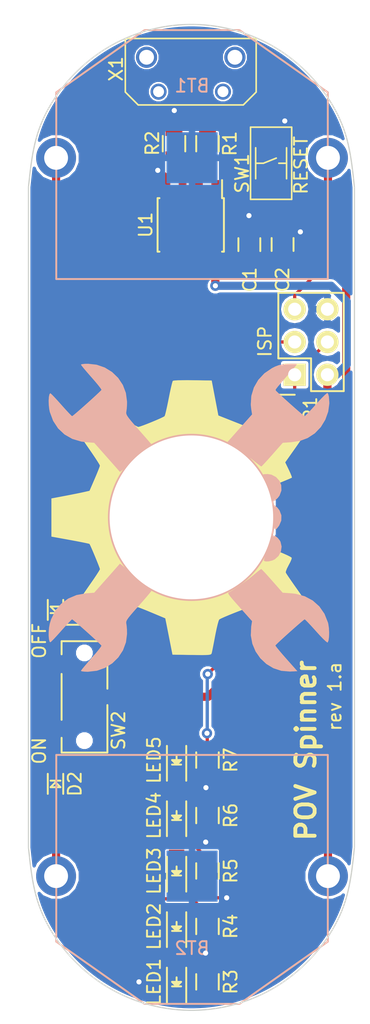
<source format=kicad_pcb>
(kicad_pcb (version 20160815) (host pcbnew "(2017-01-24 revision 0b6147e)-makepkg")

  (general
    (links 42)
    (no_connects 1)
    (area 109.69 45.96 138.430001 125.370001)
    (thickness 1.6)
    (drawings 197)
    (tracks 188)
    (zones 0)
    (modules 26)
    (nets 20)
  )

  (page A4)
  (layers
    (0 F.Cu signal)
    (31 B.Cu signal)
    (32 B.Adhes user)
    (33 F.Adhes user)
    (34 B.Paste user)
    (35 F.Paste user)
    (36 B.SilkS user)
    (37 F.SilkS user)
    (38 B.Mask user)
    (39 F.Mask user)
    (40 Dwgs.User user)
    (41 Cmts.User user)
    (42 Eco1.User user)
    (43 Eco2.User user)
    (44 Edge.Cuts user)
    (45 Margin user)
    (46 B.CrtYd user)
    (47 F.CrtYd user)
    (48 B.Fab user)
    (49 F.Fab user)
  )

  (setup
    (last_trace_width 0.25)
    (user_trace_width 0.254)
    (user_trace_width 0.381)
    (user_trace_width 0.508)
    (user_trace_width 0.635)
    (user_trace_width 0.762)
    (trace_clearance 0.2)
    (zone_clearance 0.1016)
    (zone_45_only no)
    (trace_min 0.2)
    (segment_width 0.2)
    (edge_width 0.15)
    (via_size 0.8)
    (via_drill 0.4)
    (via_min_size 0.4)
    (via_min_drill 0.3)
    (uvia_size 0.3)
    (uvia_drill 0.1)
    (uvias_allowed no)
    (uvia_min_size 0.2)
    (uvia_min_drill 0.1)
    (pcb_text_width 0.3)
    (pcb_text_size 1.5 1.5)
    (mod_edge_width 0.15)
    (mod_text_size 1 1)
    (mod_text_width 0.15)
    (pad_size 1.524 1.524)
    (pad_drill 0.762)
    (pad_to_mask_clearance 0.2)
    (aux_axis_origin 0 0)
    (visible_elements 7FFEFFFF)
    (pcbplotparams
      (layerselection 0x010f0_ffffffff)
      (usegerberextensions true)
      (excludeedgelayer true)
      (linewidth 0.100000)
      (plotframeref false)
      (viasonmask false)
      (mode 1)
      (useauxorigin false)
      (hpglpennumber 1)
      (hpglpenspeed 20)
      (hpglpendiameter 15)
      (psnegative false)
      (psa4output false)
      (plotreference true)
      (plotvalue true)
      (plotinvisibletext false)
      (padsonsilk false)
      (subtractmaskfromsilk true)
      (outputformat 1)
      (mirror false)
      (drillshape 0)
      (scaleselection 1)
      (outputdirectory Gerber/))
  )

  (net 0 "")
  (net 1 /+VBAT)
  (net 2 GND)
  (net 3 /+VCC)
  (net 4 /+VUSB)
  (net 5 "Net-(D1-Pad1)")
  (net 6 "Net-(LED1-Pad2)")
  (net 7 "Net-(LED2-Pad2)")
  (net 8 "Net-(LED3-Pad2)")
  (net 9 "Net-(LED4-Pad2)")
  (net 10 "Net-(LED5-Pad2)")
  (net 11 /PB1)
  (net 12 /PB2)
  (net 13 /PB0)
  (net 14 /RESET)
  (net 15 /PB3)
  (net 16 "Net-(R1-Pad2)")
  (net 17 "Net-(R2-Pad2)")
  (net 18 /PB4)
  (net 19 "Net-(X1-Pad4)")

  (net_class Default "This is the default net class."
    (clearance 0.2)
    (trace_width 0.25)
    (via_dia 0.8)
    (via_drill 0.4)
    (uvia_dia 0.3)
    (uvia_drill 0.1)
    (add_net /+VBAT)
    (add_net /+VCC)
    (add_net /+VUSB)
    (add_net /PB0)
    (add_net /PB1)
    (add_net /PB2)
    (add_net /PB3)
    (add_net /PB4)
    (add_net /RESET)
    (add_net GND)
    (add_net "Net-(D1-Pad1)")
    (add_net "Net-(LED1-Pad2)")
    (add_net "Net-(LED2-Pad2)")
    (add_net "Net-(LED3-Pad2)")
    (add_net "Net-(LED4-Pad2)")
    (add_net "Net-(LED5-Pad2)")
    (add_net "Net-(R1-Pad2)")
    (add_net "Net-(R2-Pad2)")
    (add_net "Net-(X1-Pad4)")
  )

  (module Housings_SOIC:SOIC-8_3.9x4.9mm_Pitch1.27mm (layer F.Cu) (tedit 59387D5F) (tstamp 59340F53)
    (at 124.5 63.4 270)
    (descr "8-Lead Plastic Small Outline (SN) - Narrow, 3.90 mm Body [SOIC] (see Microchip Packaging Specification 00000049BS.pdf)")
    (tags "SOIC 1.27")
    (path /592CE99E)
    (attr smd)
    (fp_text reference U1 (at 0 3.5 270) (layer F.SilkS)
      (effects (font (size 1 1) (thickness 0.15)))
    )
    (fp_text value Microchip_ATtiny85 (at 0 3.5 270) (layer F.Fab)
      (effects (font (size 1 1) (thickness 0.15)))
    )
    (fp_line (start -3.75 -2.75) (end -3.75 2.75) (layer F.CrtYd) (width 0.05))
    (fp_line (start 3.75 -2.75) (end 3.75 2.75) (layer F.CrtYd) (width 0.05))
    (fp_line (start -3.75 -2.75) (end 3.75 -2.75) (layer F.CrtYd) (width 0.05))
    (fp_line (start -3.75 2.75) (end 3.75 2.75) (layer F.CrtYd) (width 0.05))
    (fp_line (start -2.075 -2.575) (end -2.075 -2.43) (layer F.SilkS) (width 0.15))
    (fp_line (start 2.075 -2.575) (end 2.075 -2.43) (layer F.SilkS) (width 0.15))
    (fp_line (start 2.075 2.575) (end 2.075 2.43) (layer F.SilkS) (width 0.15))
    (fp_line (start -2.075 2.575) (end -2.075 2.43) (layer F.SilkS) (width 0.15))
    (fp_line (start -2.075 -2.575) (end 2.075 -2.575) (layer F.SilkS) (width 0.15))
    (fp_line (start -2.075 2.575) (end 2.075 2.575) (layer F.SilkS) (width 0.15))
    (fp_line (start -2.075 -2.43) (end -3.475 -2.43) (layer F.SilkS) (width 0.15))
    (pad 1 smd rect (at -2.7 -1.905 270) (size 1.55 0.6) (layers F.Cu F.Paste F.Mask)
      (net 14 /RESET))
    (pad 2 smd rect (at -2.7 -0.635 270) (size 1.55 0.6) (layers F.Cu F.Paste F.Mask)
      (net 15 /PB3))
    (pad 3 smd rect (at -2.7 0.635 270) (size 1.55 0.6) (layers F.Cu F.Paste F.Mask)
      (net 18 /PB4))
    (pad 4 smd rect (at -2.7 1.905 270) (size 1.55 0.6) (layers F.Cu F.Paste F.Mask)
      (net 2 GND))
    (pad 5 smd rect (at 2.7 1.905 270) (size 1.55 0.6) (layers F.Cu F.Paste F.Mask)
      (net 13 /PB0))
    (pad 6 smd rect (at 2.7 0.635 270) (size 1.55 0.6) (layers F.Cu F.Paste F.Mask)
      (net 11 /PB1))
    (pad 7 smd rect (at 2.7 -0.635 270) (size 1.55 0.6) (layers F.Cu F.Paste F.Mask)
      (net 12 /PB2))
    (pad 8 smd rect (at 2.7 -1.905 270) (size 1.55 0.6) (layers F.Cu F.Paste F.Mask)
      (net 3 /+VCC))
    (model Housings_SOIC.3dshapes/SOIC-8_3.9x4.9mm_Pitch1.27mm.wrl
      (at (xyz 0 0 0))
      (scale (xyz 1 1 1))
      (rotate (xyz 0 0 0))
    )
  )

  (module BatteryHolder_MPD_BK_888:BatteryHolder_MPD_BK_888 (layer B.Cu) (tedit 59322B2D) (tstamp 59380A43)
    (at 124.6 58.2)
    (path /593168AF)
    (fp_text reference BT1 (at 0 -5.588) (layer B.SilkS)
      (effects (font (size 1 1) (thickness 0.15)) (justify mirror))
    )
    (fp_text value CR2032 (at 0 4.445) (layer B.Fab)
      (effects (font (size 1 1) (thickness 0.15)) (justify mirror))
    )
    (fp_line (start 10.541 9.398) (end 10.541 0) (layer B.SilkS) (width 0.15))
    (fp_line (start -10.541 9.398) (end 10.541 9.398) (layer B.SilkS) (width 0.15))
    (fp_line (start -10.541 0) (end -10.541 9.398) (layer B.SilkS) (width 0.15))
    (fp_line (start 10.541 0) (end 10.541 -5.08) (layer B.SilkS) (width 0.15))
    (fp_line (start 3.683 -9.906) (end 0 -9.906) (layer B.SilkS) (width 0.15))
    (fp_line (start 0 -9.906) (end -3.683 -9.906) (layer B.SilkS) (width 0.15))
    (fp_line (start 3.683 -9.906) (end 10.541 -5.08) (layer B.SilkS) (width 0.15))
    (fp_line (start -10.541 -5.08) (end -3.683 -9.906) (layer B.SilkS) (width 0.15))
    (fp_line (start -10.541 0) (end -10.541 -5.08) (layer B.SilkS) (width 0.15))
    (pad 2 smd rect (at 0 0) (size 3.96 3.96) (layers B.Cu B.Paste B.Mask)
      (net 2 GND))
    (pad 1 thru_hole circle (at 10.555 0) (size 3.1 3.1) (drill 1.85) (layers *.Cu *.Mask)
      (net 1 /+VBAT))
    (pad 1 thru_hole circle (at -10.555 0) (size 3.1 3.1) (drill 1.85) (layers *.Cu *.Mask)
      (net 1 /+VBAT))
    (model ${KIPRJMOD}/3dmodels/BK-888.step
      (at (xyz 0 0 0.1456692913385827))
      (scale (xyz 0.98 0.98 0.98))
      (rotate (xyz 270 0 0))
    )
  )

  (module BatteryHolder_MPD_BK_888:BatteryHolder_MPD_BK_888 (layer B.Cu) (tedit 59322B2D) (tstamp 59380A4A)
    (at 124.6 113.9 180)
    (path /59322F57)
    (fp_text reference BT2 (at 0 -5.588 180) (layer B.SilkS)
      (effects (font (size 1 1) (thickness 0.15)) (justify mirror))
    )
    (fp_text value CR2032 (at 0 4.445 180) (layer B.Fab)
      (effects (font (size 1 1) (thickness 0.15)) (justify mirror))
    )
    (fp_line (start -10.541 0) (end -10.541 -5.08) (layer B.SilkS) (width 0.15))
    (fp_line (start -10.541 -5.08) (end -3.683 -9.906) (layer B.SilkS) (width 0.15))
    (fp_line (start 3.683 -9.906) (end 10.541 -5.08) (layer B.SilkS) (width 0.15))
    (fp_line (start 0 -9.906) (end -3.683 -9.906) (layer B.SilkS) (width 0.15))
    (fp_line (start 3.683 -9.906) (end 0 -9.906) (layer B.SilkS) (width 0.15))
    (fp_line (start 10.541 0) (end 10.541 -5.08) (layer B.SilkS) (width 0.15))
    (fp_line (start -10.541 0) (end -10.541 9.398) (layer B.SilkS) (width 0.15))
    (fp_line (start -10.541 9.398) (end 10.541 9.398) (layer B.SilkS) (width 0.15))
    (fp_line (start 10.541 9.398) (end 10.541 0) (layer B.SilkS) (width 0.15))
    (pad 1 thru_hole circle (at -10.555 0 180) (size 3.1 3.1) (drill 1.85) (layers *.Cu *.Mask)
      (net 1 /+VBAT))
    (pad 1 thru_hole circle (at 10.555 0 180) (size 3.1 3.1) (drill 1.85) (layers *.Cu *.Mask)
      (net 1 /+VBAT))
    (pad 2 smd rect (at 0 0 180) (size 3.96 3.96) (layers B.Cu B.Paste B.Mask)
      (net 2 GND))
    (model ${KIPRJMOD}/3dmodels/BK-888.step
      (at (xyz 0 0 0.1456692913385827))
      (scale (xyz 0.98 0.98 0.98))
      (rotate (xyz 270 0 0))
    )
  )

  (module logo:LOGO (layer F.Cu) (tedit 0) (tstamp 5938D18E)
    (at 123.55 87.96 90)
    (fp_text reference G*** (at 0 0 90) (layer F.SilkS) hide
      (effects (font (thickness 0.3)))
    )
    (fp_text value LOGO (at 0.75 0 90) (layer F.SilkS) hide
      (effects (font (thickness 0.3)))
    )
    (fp_poly (pts (xy 3.536716 -8.847667) (xy 3.622959 -8.399568) (xy 3.709441 -7.962813) (xy 3.785243 -7.591874)
      (xy 3.833049 -7.369335) (xy 3.937 -6.907003) (xy 4.868334 -6.504085) (xy 5.238588 -6.346874)
      (xy 5.555368 -6.217911) (xy 5.784693 -6.130658) (xy 5.892008 -6.098583) (xy 5.98918 -6.144107)
      (xy 6.199177 -6.271702) (xy 6.496913 -6.46518) (xy 6.857303 -6.708357) (xy 7.134634 -6.900333)
      (xy 7.522144 -7.168547) (xy 7.862373 -7.398836) (xy 8.130822 -7.575032) (xy 8.302995 -7.680969)
      (xy 8.353355 -7.704667) (xy 8.438175 -7.647151) (xy 8.614817 -7.490935) (xy 8.858929 -7.260518)
      (xy 9.14616 -6.980398) (xy 9.452159 -6.675074) (xy 9.752575 -6.369044) (xy 10.023057 -6.086807)
      (xy 10.239254 -5.852862) (xy 10.376815 -5.691706) (xy 10.413881 -5.631657) (xy 10.368985 -5.535347)
      (xy 10.244969 -5.324489) (xy 10.057717 -5.024704) (xy 9.823115 -4.661616) (xy 9.652 -4.402667)
      (xy 9.394166 -4.007486) (xy 9.173647 -3.653644) (xy 9.006503 -3.368195) (xy 8.908795 -3.178189)
      (xy 8.890119 -3.119382) (xy 8.921958 -2.990459) (xy 9.006833 -2.746654) (xy 9.128632 -2.427336)
      (xy 9.271241 -2.071878) (xy 9.41855 -1.719648) (xy 9.554446 -1.410019) (xy 9.662816 -1.182361)
      (xy 9.725596 -1.077871) (xy 9.828112 -1.039425) (xy 10.066994 -0.977331) (xy 10.412076 -0.898624)
      (xy 10.833194 -0.810338) (xy 11.094721 -0.758613) (xy 11.545784 -0.667888) (xy 11.938117 -0.58255)
      (xy 12.241497 -0.509679) (xy 12.425699 -0.456352) (xy 12.465713 -0.437488) (xy 12.486981 -0.334014)
      (xy 12.502902 -0.090174) (xy 12.512616 0.265125) (xy 12.515261 0.702974) (xy 12.511563 1.102614)
      (xy 12.488334 2.573636) (xy 11.133729 2.832518) (xy 9.779125 3.091399) (xy 9.334812 4.215309)
      (xy 8.8905 5.339218) (xy 9.657457 6.485154) (xy 9.913706 6.874897) (xy 10.130322 7.217553)
      (xy 10.292033 7.487882) (xy 10.383572 7.660647) (xy 10.398041 7.709252) (xy 10.331451 7.800528)
      (xy 10.172135 7.98451) (xy 9.943665 8.236403) (xy 9.669611 8.531411) (xy 9.373548 8.844736)
      (xy 9.079046 9.151583) (xy 8.809679 9.427155) (xy 8.589017 9.646656) (xy 8.440634 9.785289)
      (xy 8.390239 9.821333) (xy 8.302487 9.774806) (xy 8.102104 9.64636) (xy 7.814107 9.452699)
      (xy 7.463513 9.210527) (xy 7.236596 9.051064) (xy 6.147232 8.280794) (xy 5.572797 8.558688)
      (xy 5.293753 8.687061) (xy 5.079062 8.773411) (xy 4.96852 8.802011) (xy 4.962734 8.799791)
      (xy 4.919156 8.711293) (xy 4.826677 8.497304) (xy 4.698782 8.189752) (xy 4.54896 7.820568)
      (xy 4.546167 7.813608) (xy 4.165227 6.864216) (xy 4.813114 6.511306) (xy 5.418626 6.115211)
      (xy 6.021989 5.601401) (xy 6.581214 5.013217) (xy 7.054317 4.394002) (xy 7.347958 3.894667)
      (xy 7.750012 2.908338) (xy 7.985505 1.901968) (xy 8.054437 0.886029) (xy 7.956806 -0.129008)
      (xy 7.692615 -1.132671) (xy 7.347958 -1.947333) (xy 7.0083 -2.50981) (xy 6.554903 -3.090093)
      (xy 6.029293 -3.644707) (xy 5.472996 -4.130182) (xy 4.927536 -4.503044) (xy 4.882443 -4.52846)
      (xy 3.950453 -4.952005) (xy 2.98909 -5.215921) (xy 2.015291 -5.32288) (xy 1.045991 -5.275552)
      (xy 0.098126 -5.076608) (xy -0.811367 -4.72872) (xy -1.665552 -4.234558) (xy -2.447494 -3.596794)
      (xy -2.709333 -3.331177) (xy -3.210717 -2.739143) (xy -3.602971 -2.142857) (xy -3.924688 -1.478395)
      (xy -4.093623 -1.038116) (xy -4.196566 -0.73976) (xy -4.268615 -0.492135) (xy -4.315258 -0.253433)
      (xy -4.341985 0.018156) (xy -4.354283 0.364442) (xy -4.357641 0.827234) (xy -4.357727 0.973667)
      (xy -4.355809 1.474077) (xy -4.346397 1.846977) (xy -4.324001 2.134173) (xy -4.283132 2.377478)
      (xy -4.218303 2.618699) (xy -4.124024 2.899648) (xy -4.093623 2.985449) (xy -3.802623 3.70322)
      (xy -3.466886 4.31661) (xy -3.046795 4.890495) (xy -2.672201 5.313161) (xy -2.39387 5.582846)
      (xy -2.05724 5.869529) (xy -1.693854 6.150741) (xy -1.335251 6.404015) (xy -1.012974 6.606883)
      (xy -0.758564 6.736877) (xy -0.622369 6.773333) (xy -0.49138 6.824272) (xy -0.472939 6.846233)
      (xy -0.483559 6.952988) (xy -0.55001 7.175017) (xy -0.656772 7.474025) (xy -0.788327 7.811718)
      (xy -0.929157 8.149801) (xy -1.063742 8.449981) (xy -1.176565 8.673963) (xy -1.252106 8.783453)
      (xy -1.259752 8.787806) (xy -1.376799 8.76459) (xy -1.589615 8.673292) (xy -1.822379 8.550162)
      (xy -2.082418 8.416563) (xy -2.29361 8.335293) (xy -2.40013 8.323012) (xy -2.504608 8.384749)
      (xy -2.719323 8.526702) (xy -3.016964 8.730324) (xy -3.370219 8.977071) (xy -3.533987 9.092929)
      (xy -3.895034 9.348039) (xy -4.204343 9.56414) (xy -4.437116 9.724097) (xy -4.568557 9.810779)
      (xy -4.58827 9.821333) (xy -4.654321 9.764425) (xy -4.819833 9.606558) (xy -5.065038 9.367017)
      (xy -5.370171 9.06509) (xy -5.661655 8.774038) (xy -6.706435 7.726743) (xy -5.935551 6.574941)
      (xy -5.676767 6.183704) (xy -5.454964 5.839638) (xy -5.285972 5.568007) (xy -5.185621 5.394075)
      (xy -5.164666 5.3446) (xy -5.195645 5.219486) (xy -5.278546 4.977419) (xy -5.398313 4.656077)
      (xy -5.539894 4.293136) (xy -5.688234 3.926273) (xy -5.828279 3.593165) (xy -5.944975 3.331488)
      (xy -6.023267 3.178919) (xy -6.037875 3.15917) (xy -6.154025 3.108021) (xy -6.403988 3.036559)
      (xy -6.754677 2.953073) (xy -7.173007 2.865853) (xy -7.323666 2.837026) (xy -7.762248 2.753932)
      (xy -8.149703 2.678508) (xy -8.451284 2.617668) (xy -8.632245 2.578321) (xy -8.659094 2.571372)
      (xy -8.712952 2.543142) (xy -8.751471 2.479121) (xy -8.776603 2.355619) (xy -8.790302 2.148946)
      (xy -8.79452 1.835415) (xy -8.791212 1.391334) (xy -8.786094 1.030849) (xy -8.763 -0.465667)
      (xy -7.789333 -0.657651) (xy -7.352329 -0.743944) (xy -6.928984 -0.82776) (xy -6.574238 -0.89821)
      (xy -6.381353 -0.936706) (xy -5.94704 -1.023776) (xy -5.51352 -2.057995) (xy -5.352765 -2.446074)
      (xy -5.218984 -2.77776) (xy -5.12443 -3.02201) (xy -5.081358 -3.147785) (xy -5.08 -3.156089)
      (xy -5.124826 -3.24426) (xy -5.249006 -3.448374) (xy -5.437097 -3.744066) (xy -5.673654 -4.106969)
      (xy -5.880215 -4.418528) (xy -6.680431 -5.617092) (xy -6.014505 -6.343379) (xy -5.579479 -6.813209)
      (xy -5.240419 -7.167258) (xy -4.983061 -7.41829) (xy -4.793144 -7.579068) (xy -4.656404 -7.662356)
      (xy -4.558579 -7.680918) (xy -4.528196 -7.673485) (xy -4.412794 -7.607749) (xy -4.187067 -7.461976)
      (xy -3.878506 -7.254518) (xy -3.514603 -7.003725) (xy -3.30627 -6.857801) (xy -2.929526 -6.596218)
      (xy -2.598329 -6.373387) (xy -2.338499 -6.206124) (xy -2.175855 -6.111246) (xy -2.13669 -6.096)
      (xy -2.033463 -6.127233) (xy -1.813327 -6.210327) (xy -1.514554 -6.329374) (xy -1.175416 -6.468465)
      (xy -0.834186 -6.611692) (xy -0.529135 -6.743148) (xy -0.298536 -6.846924) (xy -0.180661 -6.907112)
      (xy -0.17513 -6.911339) (xy -0.148875 -7.001644) (xy -0.09868 -7.231183) (xy -0.030099 -7.572444)
      (xy 0.051313 -7.997915) (xy 0.126307 -8.404425) (xy 0.391209 -9.863667) (xy 3.344334 -9.863667)
      (xy 3.536716 -8.847667)) (layer F.SilkS) (width 0.01))
  )

  (module Capacitors_SMD:C_0805 (layer F.Cu) (tedit 593AA2ED) (tstamp 59340EBA)
    (at 129.05 64.93 90)
    (descr "Capacitor SMD 0805, reflow soldering, AVX (see smccp.pdf)")
    (tags "capacitor 0805")
    (path /592EDA52)
    (attr smd)
    (fp_text reference C1 (at -2.72 0.04 90) (layer F.SilkS)
      (effects (font (size 1 1) (thickness 0.15)))
    )
    (fp_text value .1uF (at 0 2.1 90) (layer F.Fab)
      (effects (font (size 1 1) (thickness 0.15)))
    )
    (fp_line (start -1.8 -1) (end 1.8 -1) (layer F.CrtYd) (width 0.05))
    (fp_line (start -1.8 1) (end 1.8 1) (layer F.CrtYd) (width 0.05))
    (fp_line (start -1.8 -1) (end -1.8 1) (layer F.CrtYd) (width 0.05))
    (fp_line (start 1.8 -1) (end 1.8 1) (layer F.CrtYd) (width 0.05))
    (fp_line (start 0.5 -0.85) (end -0.5 -0.85) (layer F.SilkS) (width 0.15))
    (fp_line (start -0.5 0.85) (end 0.5 0.85) (layer F.SilkS) (width 0.15))
    (pad 1 smd rect (at -1 0 90) (size 1 1.25) (layers F.Cu F.Paste F.Mask)
      (net 3 /+VCC))
    (pad 2 smd rect (at 1 0 90) (size 1 1.25) (layers F.Cu F.Paste F.Mask)
      (net 2 GND))
    (model Capacitors_SMD.3dshapes/C_0805.wrl
      (at (xyz 0 0 0))
      (scale (xyz 1 1 1))
      (rotate (xyz 0 0 0))
    )
  )

  (module Capacitors_SMD:C_0805 (layer F.Cu) (tedit 593AA2E4) (tstamp 59340EC0)
    (at 131.63 64.92 90)
    (descr "Capacitor SMD 0805, reflow soldering, AVX (see smccp.pdf)")
    (tags "capacitor 0805")
    (path /592ED9B8)
    (attr smd)
    (fp_text reference C2 (at -2.73 0 90) (layer F.SilkS)
      (effects (font (size 1 1) (thickness 0.15)))
    )
    (fp_text value 10uF (at 0 2.1 90) (layer F.Fab)
      (effects (font (size 1 1) (thickness 0.15)))
    )
    (fp_line (start -0.5 0.85) (end 0.5 0.85) (layer F.SilkS) (width 0.15))
    (fp_line (start 0.5 -0.85) (end -0.5 -0.85) (layer F.SilkS) (width 0.15))
    (fp_line (start 1.8 -1) (end 1.8 1) (layer F.CrtYd) (width 0.05))
    (fp_line (start -1.8 -1) (end -1.8 1) (layer F.CrtYd) (width 0.05))
    (fp_line (start -1.8 1) (end 1.8 1) (layer F.CrtYd) (width 0.05))
    (fp_line (start -1.8 -1) (end 1.8 -1) (layer F.CrtYd) (width 0.05))
    (pad 2 smd rect (at 1 0 90) (size 1 1.25) (layers F.Cu F.Paste F.Mask)
      (net 2 GND))
    (pad 1 smd rect (at -1 0 90) (size 1 1.25) (layers F.Cu F.Paste F.Mask)
      (net 3 /+VCC))
    (model Capacitors_SMD.3dshapes/C_0805.wrl
      (at (xyz 0 0 0))
      (scale (xyz 1 1 1))
      (rotate (xyz 0 0 0))
    )
  )

  (module Diodes_SMD_SOD_523:SOD-523 (layer F.Cu) (tedit 593ACCBB) (tstamp 59340ECC)
    (at 114 93.25 90)
    (descr "http://www.diodes.com/datasheets/ap02001.pdf p.144")
    (tags "Diode SOD523")
    (path /592ED80C)
    (attr smd)
    (fp_text reference D1 (at -0.42 1.4 90) (layer F.SilkS)
      (effects (font (size 1 1) (thickness 0.15)))
    )
    (fp_text value SCHOTTKY (at 0 1.7 90) (layer F.Fab)
      (effects (font (size 1 1) (thickness 0.15)))
    )
    (fp_line (start -0.781 0.6) (end 0.769 0.6) (layer F.SilkS) (width 0.15))
    (fp_line (start -0.781 -0.6) (end 0.769 -0.6) (layer F.SilkS) (width 0.15))
    (fp_line (start -0.127 0) (end 0.254 0.381) (layer F.SilkS) (width 0.15))
    (fp_line (start 0.254 -0.381) (end -0.127 0) (layer F.SilkS) (width 0.15))
    (fp_line (start 0.254 0.381) (end 0.254 -0.381) (layer F.SilkS) (width 0.15))
    (fp_line (start -0.254 0.381) (end -0.254 -0.381) (layer F.SilkS) (width 0.15))
    (pad 1 smd rect (at -0.7 0 90) (size 0.6 0.7) (layers F.Cu F.Paste F.Mask)
      (net 5 "Net-(D1-Pad1)"))
    (pad 2 smd rect (at 0.7 0 90) (size 0.6 0.7) (layers F.Cu F.Paste F.Mask)
      (net 4 /+VUSB))
    (model ${KIPRJMOD}/3dmodels/Diodes_SOD_523.step
      (at (xyz 0 0 0))
      (scale (xyz 1 1 1))
      (rotate (xyz 270 0 0))
    )
  )

  (module Diodes_SMD_SOD_523:SOD-523 (layer F.Cu) (tedit 59387D19) (tstamp 59340ED8)
    (at 114 106.75 270)
    (descr "http://www.diodes.com/datasheets/ap02001.pdf p.144")
    (tags "Diode SOD523")
    (path /592ED75D)
    (attr smd)
    (fp_text reference D2 (at 0 -1.5 270) (layer F.SilkS)
      (effects (font (size 1 1) (thickness 0.15)))
    )
    (fp_text value SCHOTTKY (at 0 1.7 270) (layer F.Fab)
      (effects (font (size 1 1) (thickness 0.15)))
    )
    (fp_line (start -0.254 0.381) (end -0.254 -0.381) (layer F.SilkS) (width 0.15))
    (fp_line (start 0.254 0.381) (end 0.254 -0.381) (layer F.SilkS) (width 0.15))
    (fp_line (start 0.254 -0.381) (end -0.127 0) (layer F.SilkS) (width 0.15))
    (fp_line (start -0.127 0) (end 0.254 0.381) (layer F.SilkS) (width 0.15))
    (fp_line (start -0.781 -0.6) (end 0.769 -0.6) (layer F.SilkS) (width 0.15))
    (fp_line (start -0.781 0.6) (end 0.769 0.6) (layer F.SilkS) (width 0.15))
    (pad 2 smd rect (at 0.7 0 270) (size 0.6 0.7) (layers F.Cu F.Paste F.Mask)
      (net 1 /+VBAT))
    (pad 1 smd rect (at -0.7 0 270) (size 0.6 0.7) (layers F.Cu F.Paste F.Mask)
      (net 5 "Net-(D1-Pad1)"))
    (model ${KIPRJMOD}/3dmodels/Diodes_SOD_523.step
      (at (xyz 0 0 0))
      (scale (xyz 1 1 1))
      (rotate (xyz 270 0 0))
    )
  )

  (module LEDs:LED_0805 (layer F.Cu) (tedit 55BDE1C2) (tstamp 59340EEA)
    (at 123.4 122.1 90)
    (descr "LED 0805 smd package")
    (tags "LED 0805 SMD")
    (path /592EE45E)
    (attr smd)
    (fp_text reference LED1 (at 0 -1.75 90) (layer F.SilkS)
      (effects (font (size 1 1) (thickness 0.15)))
    )
    (fp_text value LED (at 0 1.75 90) (layer F.Fab)
      (effects (font (size 1 1) (thickness 0.15)))
    )
    (fp_line (start -1.6 0.75) (end 1.1 0.75) (layer F.SilkS) (width 0.15))
    (fp_line (start -1.6 -0.75) (end 1.1 -0.75) (layer F.SilkS) (width 0.15))
    (fp_line (start -0.1 0.15) (end -0.1 -0.1) (layer F.SilkS) (width 0.15))
    (fp_line (start -0.1 -0.1) (end -0.25 0.05) (layer F.SilkS) (width 0.15))
    (fp_line (start -0.35 -0.35) (end -0.35 0.35) (layer F.SilkS) (width 0.15))
    (fp_line (start 0 0) (end 0.35 0) (layer F.SilkS) (width 0.15))
    (fp_line (start -0.35 0) (end 0 -0.35) (layer F.SilkS) (width 0.15))
    (fp_line (start 0 -0.35) (end 0 0.35) (layer F.SilkS) (width 0.15))
    (fp_line (start 0 0.35) (end -0.35 0) (layer F.SilkS) (width 0.15))
    (fp_line (start 1.9 -0.95) (end 1.9 0.95) (layer F.CrtYd) (width 0.05))
    (fp_line (start 1.9 0.95) (end -1.9 0.95) (layer F.CrtYd) (width 0.05))
    (fp_line (start -1.9 0.95) (end -1.9 -0.95) (layer F.CrtYd) (width 0.05))
    (fp_line (start -1.9 -0.95) (end 1.9 -0.95) (layer F.CrtYd) (width 0.05))
    (pad 2 smd rect (at 1.04902 0 270) (size 1.19888 1.19888) (layers F.Cu F.Paste F.Mask)
      (net 6 "Net-(LED1-Pad2)"))
    (pad 1 smd rect (at -1.04902 0 270) (size 1.19888 1.19888) (layers F.Cu F.Paste F.Mask)
      (net 2 GND))
    (model LEDs.3dshapes/LED_0805.wrl
      (at (xyz 0 0 0))
      (scale (xyz 1 1 1))
      (rotate (xyz 0 0 0))
    )
  )

  (module LEDs:LED_0805 (layer F.Cu) (tedit 55BDE1C2) (tstamp 59340EF0)
    (at 123.4 117.8 90)
    (descr "LED 0805 smd package")
    (tags "LED 0805 SMD")
    (path /592EE5E5)
    (attr smd)
    (fp_text reference LED2 (at 0 -1.75 90) (layer F.SilkS)
      (effects (font (size 1 1) (thickness 0.15)))
    )
    (fp_text value LED (at 0 1.75 90) (layer F.Fab)
      (effects (font (size 1 1) (thickness 0.15)))
    )
    (fp_line (start -1.9 -0.95) (end 1.9 -0.95) (layer F.CrtYd) (width 0.05))
    (fp_line (start -1.9 0.95) (end -1.9 -0.95) (layer F.CrtYd) (width 0.05))
    (fp_line (start 1.9 0.95) (end -1.9 0.95) (layer F.CrtYd) (width 0.05))
    (fp_line (start 1.9 -0.95) (end 1.9 0.95) (layer F.CrtYd) (width 0.05))
    (fp_line (start 0 0.35) (end -0.35 0) (layer F.SilkS) (width 0.15))
    (fp_line (start 0 -0.35) (end 0 0.35) (layer F.SilkS) (width 0.15))
    (fp_line (start -0.35 0) (end 0 -0.35) (layer F.SilkS) (width 0.15))
    (fp_line (start 0 0) (end 0.35 0) (layer F.SilkS) (width 0.15))
    (fp_line (start -0.35 -0.35) (end -0.35 0.35) (layer F.SilkS) (width 0.15))
    (fp_line (start -0.1 -0.1) (end -0.25 0.05) (layer F.SilkS) (width 0.15))
    (fp_line (start -0.1 0.15) (end -0.1 -0.1) (layer F.SilkS) (width 0.15))
    (fp_line (start -1.6 -0.75) (end 1.1 -0.75) (layer F.SilkS) (width 0.15))
    (fp_line (start -1.6 0.75) (end 1.1 0.75) (layer F.SilkS) (width 0.15))
    (pad 1 smd rect (at -1.04902 0 270) (size 1.19888 1.19888) (layers F.Cu F.Paste F.Mask)
      (net 2 GND))
    (pad 2 smd rect (at 1.04902 0 270) (size 1.19888 1.19888) (layers F.Cu F.Paste F.Mask)
      (net 7 "Net-(LED2-Pad2)"))
    (model LEDs.3dshapes/LED_0805.wrl
      (at (xyz 0 0 0))
      (scale (xyz 1 1 1))
      (rotate (xyz 0 0 0))
    )
  )

  (module LEDs:LED_0805 (layer F.Cu) (tedit 55BDE1C2) (tstamp 59340EF6)
    (at 123.4 113.5 90)
    (descr "LED 0805 smd package")
    (tags "LED 0805 SMD")
    (path /592EE639)
    (attr smd)
    (fp_text reference LED3 (at 0 -1.75 90) (layer F.SilkS)
      (effects (font (size 1 1) (thickness 0.15)))
    )
    (fp_text value LED (at 0 1.75 90) (layer F.Fab)
      (effects (font (size 1 1) (thickness 0.15)))
    )
    (fp_line (start -1.6 0.75) (end 1.1 0.75) (layer F.SilkS) (width 0.15))
    (fp_line (start -1.6 -0.75) (end 1.1 -0.75) (layer F.SilkS) (width 0.15))
    (fp_line (start -0.1 0.15) (end -0.1 -0.1) (layer F.SilkS) (width 0.15))
    (fp_line (start -0.1 -0.1) (end -0.25 0.05) (layer F.SilkS) (width 0.15))
    (fp_line (start -0.35 -0.35) (end -0.35 0.35) (layer F.SilkS) (width 0.15))
    (fp_line (start 0 0) (end 0.35 0) (layer F.SilkS) (width 0.15))
    (fp_line (start -0.35 0) (end 0 -0.35) (layer F.SilkS) (width 0.15))
    (fp_line (start 0 -0.35) (end 0 0.35) (layer F.SilkS) (width 0.15))
    (fp_line (start 0 0.35) (end -0.35 0) (layer F.SilkS) (width 0.15))
    (fp_line (start 1.9 -0.95) (end 1.9 0.95) (layer F.CrtYd) (width 0.05))
    (fp_line (start 1.9 0.95) (end -1.9 0.95) (layer F.CrtYd) (width 0.05))
    (fp_line (start -1.9 0.95) (end -1.9 -0.95) (layer F.CrtYd) (width 0.05))
    (fp_line (start -1.9 -0.95) (end 1.9 -0.95) (layer F.CrtYd) (width 0.05))
    (pad 2 smd rect (at 1.04902 0 270) (size 1.19888 1.19888) (layers F.Cu F.Paste F.Mask)
      (net 8 "Net-(LED3-Pad2)"))
    (pad 1 smd rect (at -1.04902 0 270) (size 1.19888 1.19888) (layers F.Cu F.Paste F.Mask)
      (net 2 GND))
    (model LEDs.3dshapes/LED_0805.wrl
      (at (xyz 0 0 0))
      (scale (xyz 1 1 1))
      (rotate (xyz 0 0 0))
    )
  )

  (module LEDs:LED_0805 (layer F.Cu) (tedit 55BDE1C2) (tstamp 59340EFC)
    (at 123.4 109.2 90)
    (descr "LED 0805 smd package")
    (tags "LED 0805 SMD")
    (path /592EE678)
    (attr smd)
    (fp_text reference LED4 (at 0 -1.75 90) (layer F.SilkS)
      (effects (font (size 1 1) (thickness 0.15)))
    )
    (fp_text value LED (at 0 1.75 90) (layer F.Fab)
      (effects (font (size 1 1) (thickness 0.15)))
    )
    (fp_line (start -1.9 -0.95) (end 1.9 -0.95) (layer F.CrtYd) (width 0.05))
    (fp_line (start -1.9 0.95) (end -1.9 -0.95) (layer F.CrtYd) (width 0.05))
    (fp_line (start 1.9 0.95) (end -1.9 0.95) (layer F.CrtYd) (width 0.05))
    (fp_line (start 1.9 -0.95) (end 1.9 0.95) (layer F.CrtYd) (width 0.05))
    (fp_line (start 0 0.35) (end -0.35 0) (layer F.SilkS) (width 0.15))
    (fp_line (start 0 -0.35) (end 0 0.35) (layer F.SilkS) (width 0.15))
    (fp_line (start -0.35 0) (end 0 -0.35) (layer F.SilkS) (width 0.15))
    (fp_line (start 0 0) (end 0.35 0) (layer F.SilkS) (width 0.15))
    (fp_line (start -0.35 -0.35) (end -0.35 0.35) (layer F.SilkS) (width 0.15))
    (fp_line (start -0.1 -0.1) (end -0.25 0.05) (layer F.SilkS) (width 0.15))
    (fp_line (start -0.1 0.15) (end -0.1 -0.1) (layer F.SilkS) (width 0.15))
    (fp_line (start -1.6 -0.75) (end 1.1 -0.75) (layer F.SilkS) (width 0.15))
    (fp_line (start -1.6 0.75) (end 1.1 0.75) (layer F.SilkS) (width 0.15))
    (pad 1 smd rect (at -1.04902 0 270) (size 1.19888 1.19888) (layers F.Cu F.Paste F.Mask)
      (net 2 GND))
    (pad 2 smd rect (at 1.04902 0 270) (size 1.19888 1.19888) (layers F.Cu F.Paste F.Mask)
      (net 9 "Net-(LED4-Pad2)"))
    (model LEDs.3dshapes/LED_0805.wrl
      (at (xyz 0 0 0))
      (scale (xyz 1 1 1))
      (rotate (xyz 0 0 0))
    )
  )

  (module LEDs:LED_0805 (layer F.Cu) (tedit 55BDE1C2) (tstamp 59340F02)
    (at 123.4 104.9 90)
    (descr "LED 0805 smd package")
    (tags "LED 0805 SMD")
    (path /592EE6BA)
    (attr smd)
    (fp_text reference LED5 (at 0 -1.75 90) (layer F.SilkS)
      (effects (font (size 1 1) (thickness 0.15)))
    )
    (fp_text value LED (at 0 1.75 90) (layer F.Fab)
      (effects (font (size 1 1) (thickness 0.15)))
    )
    (fp_line (start -1.6 0.75) (end 1.1 0.75) (layer F.SilkS) (width 0.15))
    (fp_line (start -1.6 -0.75) (end 1.1 -0.75) (layer F.SilkS) (width 0.15))
    (fp_line (start -0.1 0.15) (end -0.1 -0.1) (layer F.SilkS) (width 0.15))
    (fp_line (start -0.1 -0.1) (end -0.25 0.05) (layer F.SilkS) (width 0.15))
    (fp_line (start -0.35 -0.35) (end -0.35 0.35) (layer F.SilkS) (width 0.15))
    (fp_line (start 0 0) (end 0.35 0) (layer F.SilkS) (width 0.15))
    (fp_line (start -0.35 0) (end 0 -0.35) (layer F.SilkS) (width 0.15))
    (fp_line (start 0 -0.35) (end 0 0.35) (layer F.SilkS) (width 0.15))
    (fp_line (start 0 0.35) (end -0.35 0) (layer F.SilkS) (width 0.15))
    (fp_line (start 1.9 -0.95) (end 1.9 0.95) (layer F.CrtYd) (width 0.05))
    (fp_line (start 1.9 0.95) (end -1.9 0.95) (layer F.CrtYd) (width 0.05))
    (fp_line (start -1.9 0.95) (end -1.9 -0.95) (layer F.CrtYd) (width 0.05))
    (fp_line (start -1.9 -0.95) (end 1.9 -0.95) (layer F.CrtYd) (width 0.05))
    (pad 2 smd rect (at 1.04902 0 270) (size 1.19888 1.19888) (layers F.Cu F.Paste F.Mask)
      (net 10 "Net-(LED5-Pad2)"))
    (pad 1 smd rect (at -1.04902 0 270) (size 1.19888 1.19888) (layers F.Cu F.Paste F.Mask)
      (net 2 GND))
    (model LEDs.3dshapes/LED_0805.wrl
      (at (xyz 0 0 0))
      (scale (xyz 1 1 1))
      (rotate (xyz 0 0 0))
    )
  )

  (module ISP:ISP (layer F.Cu) (tedit 593ABD94) (tstamp 59340F0C)
    (at 132.57 75.02 90)
    (descr "Through hole socket strip")
    (tags "socket strip")
    (path /592F165D)
    (fp_text reference P1 (at -2.68 1.22 270) (layer F.SilkS)
      (effects (font (size 1 1) (thickness 0.15)))
    )
    (fp_text value ISP (at 0 -3.1 90) (layer F.Fab)
      (effects (font (size 1 1) (thickness 0.15)))
    )
    (fp_line (start 6.35 -1.27) (end 1.27 -1.27) (layer F.SilkS) (width 0.15))
    (fp_line (start -1.55 -1.55) (end 0 -1.55) (layer F.SilkS) (width 0.15))
    (fp_line (start -1.75 -1.75) (end -1.75 4.3) (layer F.CrtYd) (width 0.05))
    (fp_line (start 6.85 -1.75) (end 6.85 4.3) (layer F.CrtYd) (width 0.05))
    (fp_line (start -1.75 -1.75) (end 6.85 -1.75) (layer F.CrtYd) (width 0.05))
    (fp_line (start -1.75 4.3) (end 6.85 4.3) (layer F.CrtYd) (width 0.05))
    (fp_line (start -1.27 1.27) (end 1.27 1.27) (layer F.SilkS) (width 0.15))
    (fp_line (start 1.27 1.27) (end 1.27 -1.27) (layer F.SilkS) (width 0.15))
    (fp_line (start 6.35 -1.27) (end 6.35 3.81) (layer F.SilkS) (width 0.15))
    (fp_line (start 6.35 3.81) (end 1.27 3.81) (layer F.SilkS) (width 0.15))
    (fp_line (start -1.55 -1.55) (end -1.55 0) (layer F.SilkS) (width 0.15))
    (fp_line (start -1.27 3.81) (end -1.27 1.27) (layer F.SilkS) (width 0.15))
    (fp_line (start 1.27 3.81) (end -1.27 3.81) (layer F.SilkS) (width 0.15))
    (pad 1 thru_hole rect (at 0 0 90) (size 1.7272 1.7272) (drill 1.016) (layers *.Cu *.Mask F.SilkS)
      (net 11 /PB1))
    (pad 2 thru_hole oval (at 0 2.54 90) (size 1.7272 1.7272) (drill 1.016) (layers *.Cu *.Mask F.SilkS)
      (net 3 /+VCC))
    (pad 3 thru_hole oval (at 2.54 0 90) (size 1.7272 1.7272) (drill 1.016) (layers *.Cu *.Mask F.SilkS)
      (net 12 /PB2))
    (pad 4 thru_hole oval (at 2.54 2.54 90) (size 1.7272 1.7272) (drill 1.016) (layers *.Cu *.Mask F.SilkS)
      (net 13 /PB0))
    (pad 5 thru_hole oval (at 5.079999 0 90) (size 1.7272 1.7272) (drill 1.016) (layers *.Cu *.Mask F.SilkS)
      (net 14 /RESET))
    (pad 6 thru_hole oval (at 5.08 2.54 90) (size 1.7272 1.7272) (drill 1.016) (layers *.Cu *.Mask F.SilkS)
      (net 2 GND))
  )

  (module Resistors_SMD:R_0805 (layer F.Cu) (tedit 593AA320) (tstamp 59340F12)
    (at 125.8 57.1 90)
    (descr "Resistor SMD 0805, reflow soldering, Vishay (see dcrcw.pdf)")
    (tags "resistor 0805")
    (path /592ECCD7)
    (attr smd)
    (fp_text reference R1 (at 0 1.74 90) (layer F.SilkS)
      (effects (font (size 1 1) (thickness 0.15)))
    )
    (fp_text value 68 (at 0 2.1 90) (layer F.Fab)
      (effects (font (size 1 1) (thickness 0.15)))
    )
    (fp_line (start -1.6 -1) (end 1.6 -1) (layer F.CrtYd) (width 0.05))
    (fp_line (start -1.6 1) (end 1.6 1) (layer F.CrtYd) (width 0.05))
    (fp_line (start -1.6 -1) (end -1.6 1) (layer F.CrtYd) (width 0.05))
    (fp_line (start 1.6 -1) (end 1.6 1) (layer F.CrtYd) (width 0.05))
    (fp_line (start 0.6 0.875) (end -0.6 0.875) (layer F.SilkS) (width 0.15))
    (fp_line (start -0.6 -0.875) (end 0.6 -0.875) (layer F.SilkS) (width 0.15))
    (pad 1 smd rect (at -0.95 0 90) (size 0.7 1.3) (layers F.Cu F.Paste F.Mask)
      (net 15 /PB3))
    (pad 2 smd rect (at 0.95 0 90) (size 0.7 1.3) (layers F.Cu F.Paste F.Mask)
      (net 16 "Net-(R1-Pad2)"))
    (model Resistors_SMD.3dshapes/R_0805.wrl
      (at (xyz 0 0 0))
      (scale (xyz 1 1 1))
      (rotate (xyz 0 0 0))
    )
  )

  (module Resistors_SMD:R_0805 (layer F.Cu) (tedit 593AA313) (tstamp 59340F18)
    (at 123.2 57.1 90)
    (descr "Resistor SMD 0805, reflow soldering, Vishay (see dcrcw.pdf)")
    (tags "resistor 0805")
    (path /592ECDDB)
    (attr smd)
    (fp_text reference R2 (at 0.03 -1.68 90) (layer F.SilkS)
      (effects (font (size 1 1) (thickness 0.15)))
    )
    (fp_text value 68 (at 0 2.1 90) (layer F.Fab)
      (effects (font (size 1 1) (thickness 0.15)))
    )
    (fp_line (start -0.6 -0.875) (end 0.6 -0.875) (layer F.SilkS) (width 0.15))
    (fp_line (start 0.6 0.875) (end -0.6 0.875) (layer F.SilkS) (width 0.15))
    (fp_line (start 1.6 -1) (end 1.6 1) (layer F.CrtYd) (width 0.05))
    (fp_line (start -1.6 -1) (end -1.6 1) (layer F.CrtYd) (width 0.05))
    (fp_line (start -1.6 1) (end 1.6 1) (layer F.CrtYd) (width 0.05))
    (fp_line (start -1.6 -1) (end 1.6 -1) (layer F.CrtYd) (width 0.05))
    (pad 2 smd rect (at 0.95 0 90) (size 0.7 1.3) (layers F.Cu F.Paste F.Mask)
      (net 17 "Net-(R2-Pad2)"))
    (pad 1 smd rect (at -0.95 0 90) (size 0.7 1.3) (layers F.Cu F.Paste F.Mask)
      (net 18 /PB4))
    (model Resistors_SMD.3dshapes/R_0805.wrl
      (at (xyz 0 0 0))
      (scale (xyz 1 1 1))
      (rotate (xyz 0 0 0))
    )
  )

  (module Resistors_SMD:R_0805 (layer F.Cu) (tedit 59391F71) (tstamp 59340F1E)
    (at 125.8 122.1 90)
    (descr "Resistor SMD 0805, reflow soldering, Vishay (see dcrcw.pdf)")
    (tags "resistor 0805")
    (path /592EE785)
    (attr smd)
    (fp_text reference R3 (at 0 1.8 90) (layer F.SilkS)
      (effects (font (size 1 1) (thickness 0.15)))
    )
    (fp_text value 470 (at 0 2.1 90) (layer F.Fab)
      (effects (font (size 1 1) (thickness 0.15)))
    )
    (fp_line (start -1.6 -1) (end 1.6 -1) (layer F.CrtYd) (width 0.05))
    (fp_line (start -1.6 1) (end 1.6 1) (layer F.CrtYd) (width 0.05))
    (fp_line (start -1.6 -1) (end -1.6 1) (layer F.CrtYd) (width 0.05))
    (fp_line (start 1.6 -1) (end 1.6 1) (layer F.CrtYd) (width 0.05))
    (fp_line (start 0.6 0.875) (end -0.6 0.875) (layer F.SilkS) (width 0.15))
    (fp_line (start -0.6 -0.875) (end 0.6 -0.875) (layer F.SilkS) (width 0.15))
    (pad 1 smd rect (at -0.95 0 90) (size 0.7 1.3) (layers F.Cu F.Paste F.Mask)
      (net 6 "Net-(LED1-Pad2)"))
    (pad 2 smd rect (at 0.95 0 90) (size 0.7 1.3) (layers F.Cu F.Paste F.Mask)
      (net 18 /PB4))
    (model Resistors_SMD.3dshapes/R_0805.wrl
      (at (xyz 0 0 0))
      (scale (xyz 1 1 1))
      (rotate (xyz 0 0 0))
    )
  )

  (module Resistors_SMD:R_0805 (layer F.Cu) (tedit 59391F43) (tstamp 59340F24)
    (at 125.8 117.8 90)
    (descr "Resistor SMD 0805, reflow soldering, Vishay (see dcrcw.pdf)")
    (tags "resistor 0805")
    (path /592EE895)
    (attr smd)
    (fp_text reference R4 (at 0 1.8 90) (layer F.SilkS)
      (effects (font (size 1 1) (thickness 0.15)))
    )
    (fp_text value 470 (at 0 2.1 90) (layer F.Fab)
      (effects (font (size 1 1) (thickness 0.15)))
    )
    (fp_line (start -0.6 -0.875) (end 0.6 -0.875) (layer F.SilkS) (width 0.15))
    (fp_line (start 0.6 0.875) (end -0.6 0.875) (layer F.SilkS) (width 0.15))
    (fp_line (start 1.6 -1) (end 1.6 1) (layer F.CrtYd) (width 0.05))
    (fp_line (start -1.6 -1) (end -1.6 1) (layer F.CrtYd) (width 0.05))
    (fp_line (start -1.6 1) (end 1.6 1) (layer F.CrtYd) (width 0.05))
    (fp_line (start -1.6 -1) (end 1.6 -1) (layer F.CrtYd) (width 0.05))
    (pad 2 smd rect (at 0.95 0 90) (size 0.7 1.3) (layers F.Cu F.Paste F.Mask)
      (net 15 /PB3))
    (pad 1 smd rect (at -0.95 0 90) (size 0.7 1.3) (layers F.Cu F.Paste F.Mask)
      (net 7 "Net-(LED2-Pad2)"))
    (model Resistors_SMD.3dshapes/R_0805.wrl
      (at (xyz 0 0 0))
      (scale (xyz 1 1 1))
      (rotate (xyz 0 0 0))
    )
  )

  (module Resistors_SMD:R_0805 (layer F.Cu) (tedit 59391F97) (tstamp 59340F2A)
    (at 125.8 113.5 90)
    (descr "Resistor SMD 0805, reflow soldering, Vishay (see dcrcw.pdf)")
    (tags "resistor 0805")
    (path /592EE8E0)
    (attr smd)
    (fp_text reference R5 (at 0 1.8 90) (layer F.SilkS)
      (effects (font (size 1 1) (thickness 0.15)))
    )
    (fp_text value 470 (at 0 2.1 90) (layer F.Fab)
      (effects (font (size 1 1) (thickness 0.15)))
    )
    (fp_line (start -1.6 -1) (end 1.6 -1) (layer F.CrtYd) (width 0.05))
    (fp_line (start -1.6 1) (end 1.6 1) (layer F.CrtYd) (width 0.05))
    (fp_line (start -1.6 -1) (end -1.6 1) (layer F.CrtYd) (width 0.05))
    (fp_line (start 1.6 -1) (end 1.6 1) (layer F.CrtYd) (width 0.05))
    (fp_line (start 0.6 0.875) (end -0.6 0.875) (layer F.SilkS) (width 0.15))
    (fp_line (start -0.6 -0.875) (end 0.6 -0.875) (layer F.SilkS) (width 0.15))
    (pad 1 smd rect (at -0.95 0 90) (size 0.7 1.3) (layers F.Cu F.Paste F.Mask)
      (net 8 "Net-(LED3-Pad2)"))
    (pad 2 smd rect (at 0.95 0 90) (size 0.7 1.3) (layers F.Cu F.Paste F.Mask)
      (net 12 /PB2))
    (model Resistors_SMD.3dshapes/R_0805.wrl
      (at (xyz 0 0 0))
      (scale (xyz 1 1 1))
      (rotate (xyz 0 0 0))
    )
  )

  (module Resistors_SMD:R_0805 (layer F.Cu) (tedit 59392008) (tstamp 59340F30)
    (at 125.8 109.2 90)
    (descr "Resistor SMD 0805, reflow soldering, Vishay (see dcrcw.pdf)")
    (tags "resistor 0805")
    (path /592EE92E)
    (attr smd)
    (fp_text reference R6 (at 0 1.8 90) (layer F.SilkS)
      (effects (font (size 1 1) (thickness 0.15)))
    )
    (fp_text value 470 (at 0 2.1 90) (layer F.Fab)
      (effects (font (size 1 1) (thickness 0.15)))
    )
    (fp_line (start -0.6 -0.875) (end 0.6 -0.875) (layer F.SilkS) (width 0.15))
    (fp_line (start 0.6 0.875) (end -0.6 0.875) (layer F.SilkS) (width 0.15))
    (fp_line (start 1.6 -1) (end 1.6 1) (layer F.CrtYd) (width 0.05))
    (fp_line (start -1.6 -1) (end -1.6 1) (layer F.CrtYd) (width 0.05))
    (fp_line (start -1.6 1) (end 1.6 1) (layer F.CrtYd) (width 0.05))
    (fp_line (start -1.6 -1) (end 1.6 -1) (layer F.CrtYd) (width 0.05))
    (pad 2 smd rect (at 0.95 0 90) (size 0.7 1.3) (layers F.Cu F.Paste F.Mask)
      (net 13 /PB0))
    (pad 1 smd rect (at -0.95 0 90) (size 0.7 1.3) (layers F.Cu F.Paste F.Mask)
      (net 9 "Net-(LED4-Pad2)"))
    (model Resistors_SMD.3dshapes/R_0805.wrl
      (at (xyz 0 0 0))
      (scale (xyz 1 1 1))
      (rotate (xyz 0 0 0))
    )
  )

  (module Resistors_SMD:R_0805 (layer F.Cu) (tedit 5939202F) (tstamp 59340F36)
    (at 125.8 104.9 90)
    (descr "Resistor SMD 0805, reflow soldering, Vishay (see dcrcw.pdf)")
    (tags "resistor 0805")
    (path /592EE97F)
    (attr smd)
    (fp_text reference R7 (at 0 1.8 90) (layer F.SilkS)
      (effects (font (size 1 1) (thickness 0.15)))
    )
    (fp_text value 470 (at 0 2.1 90) (layer F.Fab)
      (effects (font (size 1 1) (thickness 0.15)))
    )
    (fp_line (start -1.6 -1) (end 1.6 -1) (layer F.CrtYd) (width 0.05))
    (fp_line (start -1.6 1) (end 1.6 1) (layer F.CrtYd) (width 0.05))
    (fp_line (start -1.6 -1) (end -1.6 1) (layer F.CrtYd) (width 0.05))
    (fp_line (start 1.6 -1) (end 1.6 1) (layer F.CrtYd) (width 0.05))
    (fp_line (start 0.6 0.875) (end -0.6 0.875) (layer F.SilkS) (width 0.15))
    (fp_line (start -0.6 -0.875) (end 0.6 -0.875) (layer F.SilkS) (width 0.15))
    (pad 1 smd rect (at -0.95 0 90) (size 0.7 1.3) (layers F.Cu F.Paste F.Mask)
      (net 10 "Net-(LED5-Pad2)"))
    (pad 2 smd rect (at 0.95 0 90) (size 0.7 1.3) (layers F.Cu F.Paste F.Mask)
      (net 11 /PB1))
    (model Resistors_SMD.3dshapes/R_0805.wrl
      (at (xyz 0 0 0))
      (scale (xyz 1 1 1))
      (rotate (xyz 0 0 0))
    )
  )

  (module Switch_PT810:SWITCH_PTS810 (layer F.Cu) (tedit 593ABC72) (tstamp 59340F3E)
    (at 130.74 58.62 270)
    (descr "DESCRIPTION: STANDARD 4.2MM TACT SWITCH PACKAGE.BASED OFF C&K PTS 810 SERIES TACT SWITCH.")
    (tags "DESCRIPTION: STANDARD 4.2MM TACT SWITCH PACKAGE.BASED OFF C&K PTS 810 SERIES TACT SWITCH.")
    (path /592ED061)
    (solder_mask_margin 0.127)
    (clearance 0.127)
    (attr smd)
    (fp_text reference SW1 (at 0.79 2.25 90) (layer F.SilkS)
      (effects (font (size 1.016 1.016) (thickness 0.1524)))
    )
    (fp_text value SW_RESET (at -0.25908 -4.03098 270) (layer F.Fab)
      (effects (font (size 1.016 1.016) (thickness 0.1524)))
    )
    (fp_line (start -2.79908 -1.59766) (end 2.79908 -1.59766) (layer F.SilkS) (width 0.127))
    (fp_line (start 2.79908 -1.59766) (end 2.79908 1.59766) (layer F.SilkS) (width 0.127))
    (fp_line (start 2.79908 1.59766) (end -2.79908 1.59766) (layer F.SilkS) (width 0.127))
    (fp_line (start -2.79908 1.59766) (end -2.79908 -1.59766) (layer F.SilkS) (width 0.127))
    (fp_line (start -1.19888 -1.19888) (end 0 -1.19888) (layer F.SilkS) (width 0.127))
    (fp_line (start 0 -1.19888) (end 1.19888 -1.19888) (layer F.SilkS) (width 0.127))
    (fp_line (start -1.19888 1.19888) (end 0 1.19888) (layer F.SilkS) (width 0.127))
    (fp_line (start 0 1.19888) (end 1.19888 1.19888) (layer F.SilkS) (width 0.127))
    (fp_line (start 0 1.19888) (end 0 0.59944) (layer F.SilkS) (width 0.127))
    (fp_line (start 0 -1.19888) (end 0 -0.59944) (layer F.SilkS) (width 0.127))
    (fp_line (start 0 0.59944) (end -0.39878 -0.39878) (layer F.SilkS) (width 0.127))
    (pad 1 smd rect (at -2.07264 -1.07442) (size 0.6477 1.04902) (layers F.Cu F.Paste F.Mask)
      (net 2 GND))
    (pad 2 smd rect (at 2.07264 -1.07442) (size 0.6477 1.04902) (layers F.Cu F.Paste F.Mask))
    (pad 3 smd rect (at -2.07264 1.07442) (size 0.6477 1.04902) (layers F.Cu F.Paste F.Mask))
    (pad 4 smd rect (at 2.07264 1.07442) (size 0.6477 1.04902) (layers F.Cu F.Paste F.Mask)
      (net 14 /RESET))
    (model ${KIPRJMOD}/3dmodels/PTS810.stp
      (at (xyz 0 0 0.05511811023622047))
      (scale (xyz 1 1 1))
      (rotate (xyz 270 0 0))
    )
  )

  (module Switch_CL_SB_12B:SWITCH_CL_SB_12B (layer F.Cu) (tedit 593ABD10) (tstamp 59344FC4)
    (at 116.25 100 270)
    (path /592F112D)
    (fp_text reference SW2 (at 2.6 -2.64 270) (layer F.SilkS)
      (effects (font (size 1 1) (thickness 0.15)))
    )
    (fp_text value SW_POWER (at 0.0254 -9.4234 270) (layer F.Fab)
      (effects (font (size 1 1) (thickness 0.15)))
    )
    (fp_line (start -4.318 1.778) (end -3.302 1.778) (layer F.SilkS) (width 0.15))
    (fp_line (start -1.778 1.778) (end 1.778 1.778) (layer F.SilkS) (width 0.15))
    (fp_line (start 4.318 -1.778) (end 0.635 -1.778) (layer F.SilkS) (width 0.15))
    (fp_line (start 4.318 1.778) (end 4.318 -1.778) (layer F.SilkS) (width 0.15))
    (fp_line (start 3.175 1.778) (end 4.318 1.778) (layer F.SilkS) (width 0.15))
    (fp_line (start -4.318 -1.778) (end -4.318 1.778) (layer F.SilkS) (width 0.15))
    (fp_line (start -0.635 -1.778) (end -4.318 -1.778) (layer F.SilkS) (width 0.15))
    (pad 1 smd rect (at -2.50698 2.20726 270) (size 1.2 1.4) (layers F.Cu F.Paste F.Mask))
    (pad 3 smd rect (at 2.49302 2.20726 270) (size 1.2 1.4) (layers F.Cu F.Paste F.Mask)
      (net 5 "Net-(D1-Pad1)"))
    (pad 2 smd rect (at -0.00698 -2.19274 270) (size 1.2 1.4) (layers F.Cu F.Paste F.Mask)
      (net 3 /+VCC))
    (pad "" np_thru_hole circle (at -3.40698 0.00726 270) (size 0.9 0.9) (drill 0.9) (layers *.Cu *.Mask))
    (pad "" np_thru_hole circle (at 3.39302 0.00726 270) (size 0.9 0.9) (drill 0.9) (layers *.Cu *.Mask))
    (model ${KIPRJMOD}/3dmodels/CL-SB-12B-11T.stp
      (at (xyz 0 0 0.1377952755905512))
      (scale (xyz 1 1 1))
      (rotate (xyz 270 0 0))
    )
  )

  (module Micro_USB:MICRO_USB_10118194 (layer F.Cu) (tedit 593881E1) (tstamp 5936CA8A)
    (at 124.5 51.8 180)
    (descr "DESCRIPTION: PACKAGE FOR MICRO USB TYPE B CONNECTOR. BASED ON FCI 10118193-0001LF.")
    (tags "DESCRIPTION: PACKAGE FOR MICRO USB TYPE B CONNECTOR. BASED ON FCI 10118193-0001LF.")
    (path /592CEBE5)
    (attr smd)
    (fp_text reference X1 (at 5.8 0.5 270) (layer F.SilkS)
      (effects (font (size 1.016 1.016) (thickness 0.1524)))
    )
    (fp_text value USBMICRO (at -2.54 -4.72948 180) (layer F.Fab)
      (effects (font (size 1.016 1.016) (thickness 0.1524)))
    )
    (fp_line (start -3.54838 1.04902) (end -3.54838 1.74752) (layer F.SilkS) (width 0.00762))
    (fp_line (start 5.08 -1.29794) (end 5.08 2.85496) (layer F.SilkS) (width 0.127))
    (fp_line (start 4.07924 -2.2987) (end 5.08 -1.29794) (layer F.SilkS) (width 0.127))
    (fp_line (start -4.07924 -2.2987) (end 4.07924 -2.2987) (layer F.SilkS) (width 0.127))
    (fp_line (start -5.08 -1.29794) (end -4.07924 -2.2987) (layer F.SilkS) (width 0.127))
    (fp_line (start -5.08 2.85496) (end -5.08 -1.29794) (layer F.SilkS) (width 0.127))
    (fp_line (start -5.08 2.85496) (end 5.08 2.85496) (layer F.SilkS) (width 0.127))
    (pad S4 thru_hole circle (at -2.50206 -1.27) (size 1.25 1.25) (drill 0.85) (layers *.Cu *.Mask)
      (solder_mask_margin 0.127) (clearance 0.127))
    (pad S3 thru_hole circle (at 2.49794 -1.27) (size 1.25 1.25) (drill 0.85) (layers *.Cu *.Mask)
      (solder_mask_margin 0.127) (clearance 0.127))
    (pad SLOT thru_hole circle (at 3.43 1.4 180) (size 1.65 1.65) (drill 1.15) (layers *.Cu *.Mask)
      (solder_mask_margin 0.000003) (clearance 0.000003))
    (pad SLOT thru_hole circle (at -3.43 1.4 180) (size 1.65 1.65) (drill 1.15) (layers *.Cu *.Mask)
      (solder_mask_margin 0.000003) (clearance 0.000003))
    (pad S6 smd rect (at 1.19888 1.40462 180) (size 1.89992 1.89992) (layers F.Cu F.Paste F.Mask))
    (pad S5 smd rect (at -1.19888 1.40462 180) (size 1.89992 1.89992) (layers F.Cu F.Paste F.Mask))
    (pad 5 smd rect (at 1.29794 -1.27) (size 0.39878 1.34874) (layers F.Cu F.Paste F.Mask)
      (net 2 GND) (solder_mask_margin 0.127) (clearance 0.127))
    (pad 4 smd rect (at 0.6477 -1.27) (size 0.39878 1.34874) (layers F.Cu F.Paste F.Mask)
      (net 19 "Net-(X1-Pad4)") (solder_mask_margin 0.127) (clearance 0.127))
    (pad 3 smd rect (at 0 -1.27) (size 0.39878 1.34874) (layers F.Cu F.Paste F.Mask)
      (net 17 "Net-(R2-Pad2)") (solder_mask_margin 0.127) (clearance 0.127))
    (pad 2 smd rect (at -0.6477 -1.27) (size 0.39878 1.34874) (layers F.Cu F.Paste F.Mask)
      (net 16 "Net-(R1-Pad2)") (solder_mask_margin 0.127) (clearance 0.127))
    (pad 1 smd rect (at -1.29794 -1.27) (size 0.39878 1.34874) (layers F.Cu F.Paste F.Mask)
      (net 4 /+VUSB) (solder_mask_margin 0.127) (clearance 0.127))
    (model ${KIPRJMOD}/3dmodels/10118194c.stp
      (at (xyz -2.952755905511811 0.06692913385826772 -0.015748031496063))
      (scale (xyz 1 1 1))
      (rotate (xyz 270 0 0))
    )
  )

  (module logo:LOGO_HACKADAY (layer B.Cu) (tedit 0) (tstamp 5938D129)
    (at 124.36 86.11 270)
    (fp_text reference G*** (at 0 0 270) (layer B.SilkS) hide
      (effects (font (thickness 0.3)) (justify mirror))
    )
    (fp_text value LOGO (at 0.75 0 270) (layer B.SilkS) hide
      (effects (font (thickness 0.3)) (justify mirror))
    )
    (fp_poly (pts (xy -5.401626 -3.56974) (xy -5.182963 -3.959653) (xy -4.901251 -4.397533) (xy -4.60721 -4.805924)
      (xy -4.519316 -4.917093) (xy -4.292893 -5.198832) (xy -4.113184 -5.429222) (xy -4.002967 -5.578661)
      (xy -3.979333 -5.618916) (xy -4.039312 -5.685563) (xy -4.204272 -5.842911) (xy -4.451755 -6.070162)
      (xy -4.759299 -6.346519) (xy -4.898625 -6.470151) (xy -5.817916 -7.282967) (xy -5.863544 -7.948664)
      (xy -5.966315 -8.628442) (xy -6.184099 -9.214224) (xy -6.533542 -9.749847) (xy -6.559987 -9.782479)
      (xy -7.033593 -10.237315) (xy -7.603504 -10.584605) (xy -8.231883 -10.80997) (xy -8.880886 -10.89903)
      (xy -9.398 -10.860967) (xy -9.584146 -10.809603) (xy -9.67348 -10.762118) (xy -9.636293 -10.687926)
      (xy -9.491209 -10.524413) (xy -9.25879 -10.292588) (xy -8.959595 -10.013458) (xy -8.805646 -9.875353)
      (xy -8.477187 -9.579865) (xy -8.199493 -9.321821) (xy -7.994947 -9.122672) (xy -7.885934 -9.003864)
      (xy -7.874 -8.982619) (xy -7.927637 -8.904098) (xy -8.073712 -8.725957) (xy -8.289973 -8.473155)
      (xy -8.554167 -8.170649) (xy -8.844042 -7.843399) (xy -9.137345 -7.516362) (xy -9.411823 -7.214496)
      (xy -9.645224 -6.962761) (xy -9.815295 -6.786115) (xy -9.899784 -6.709515) (xy -9.901347 -6.708765)
      (xy -9.979817 -6.754274) (xy -10.160611 -6.894427) (xy -10.420533 -7.110208) (xy -10.736389 -7.3826)
      (xy -10.908248 -7.534265) (xy -11.243415 -7.829527) (xy -11.533635 -8.080039) (xy -11.755748 -8.266215)
      (xy -11.886598 -8.368466) (xy -11.910493 -8.382) (xy -11.928705 -8.304083) (xy -11.934746 -8.096551)
      (xy -11.927938 -7.798732) (xy -11.922554 -7.6835) (xy -11.890534 -7.284733) (xy -11.830983 -6.980681)
      (xy -11.724481 -6.69692) (xy -11.600607 -6.449828) (xy -11.195844 -5.856625) (xy -10.688759 -5.38461)
      (xy -10.100406 -5.044551) (xy -9.451835 -4.847213) (xy -8.764098 -4.803366) (xy -8.44677 -4.836687)
      (xy -8.013934 -4.90511) (xy -7.414801 -4.37124) (xy -7.065205 -4.059931) (xy -6.682158 -3.719152)
      (xy -6.338224 -3.413456) (xy -6.27981 -3.36158) (xy -5.743954 -2.88579) (xy -5.401626 -3.56974)) (layer B.SilkS) (width 0.01))
    (fp_poly (pts (xy 5.943529 -3.094717) (xy 6.085221 -3.197553) (xy 6.299429 -3.375538) (xy 6.603331 -3.641242)
      (xy 7.014108 -4.007235) (xy 7.050517 -4.039806) (xy 8.017086 -4.904611) (xy 8.448346 -4.836438)
      (xy 9.127529 -4.807483) (xy 9.77497 -4.927237) (xy 10.371533 -5.179036) (xy 10.898082 -5.546216)
      (xy 11.335479 -6.012112) (xy 11.664589 -6.56006) (xy 11.866276 -7.173396) (xy 11.921401 -7.835455)
      (xy 11.920411 -7.859977) (xy 11.895667 -8.413143) (xy 10.925205 -7.549836) (xy 10.587187 -7.25335)
      (xy 10.29355 -7.003739) (xy 10.067204 -6.819859) (xy 9.931062 -6.720564) (xy 9.903086 -6.708765)
      (xy 9.823761 -6.77995) (xy 9.6577 -6.952314) (xy 9.427133 -7.200931) (xy 9.154289 -7.500875)
      (xy 8.861395 -7.827222) (xy 8.570681 -8.155046) (xy 8.304376 -8.459422) (xy 8.084708 -8.715424)
      (xy 7.933907 -8.898128) (xy 7.8742 -8.982607) (xy 7.874 -8.983993) (xy 7.934119 -9.060368)
      (xy 8.099558 -9.226541) (xy 8.347938 -9.4611) (xy 8.656881 -9.742635) (xy 8.805646 -9.875353)
      (xy 9.128397 -10.169614) (xy 9.393369 -10.426941) (xy 9.580082 -10.626159) (xy 9.668054 -10.746092)
      (xy 9.669773 -10.76876) (xy 9.516441 -10.833483) (xy 9.245615 -10.871184) (xy 8.907083 -10.881126)
      (xy 8.550631 -10.862575) (xy 8.226046 -10.814796) (xy 8.130786 -10.791482) (xy 7.450886 -10.520178)
      (xy 6.878516 -10.122788) (xy 6.423325 -9.6114) (xy 6.094959 -8.998104) (xy 5.903065 -8.294988)
      (xy 5.863668 -7.950481) (xy 5.817315 -7.274207) (xy 4.898324 -6.466147) (xy 4.57206 -6.176211)
      (xy 4.296793 -5.92577) (xy 4.095102 -5.735825) (xy 3.989567 -5.627375) (xy 3.979333 -5.611431)
      (xy 4.030781 -5.530428) (xy 4.168195 -5.353973) (xy 4.366177 -5.114177) (xy 4.459063 -5.004887)
      (xy 4.691532 -4.719005) (xy 4.951005 -4.376844) (xy 5.212671 -4.013919) (xy 5.45172 -3.665749)
      (xy 5.643341 -3.36785) (xy 5.762725 -3.155739) (xy 5.781763 -3.111387) (xy 5.808979 -3.064204)
      (xy 5.857175 -3.054457) (xy 5.943529 -3.094717)) (layer B.SilkS) (width 0.01))
    (fp_poly (pts (xy -2.940139 -5.803061) (xy -2.852359 -5.850659) (xy -2.523116 -6.01247) (xy -2.132094 -6.17715)
      (xy -1.862667 -6.27527) (xy -1.583338 -6.369769) (xy -1.375977 -6.443563) (xy -1.284656 -6.480958)
      (xy -1.284307 -6.481235) (xy -1.28774 -6.574322) (xy -1.386709 -6.728194) (xy -1.545063 -6.897183)
      (xy -1.719904 -7.031547) (xy -2.107665 -7.174483) (xy -2.517541 -7.164307) (xy -2.85339 -7.030761)
      (xy -3.151175 -6.760683) (xy -3.338405 -6.405462) (xy -3.386667 -6.107129) (xy -3.373045 -5.83432)
      (xy -3.313132 -5.701849) (xy -3.178355 -5.696001) (xy -2.940139 -5.803061)) (layer B.SilkS) (width 0.01))
    (fp_poly (pts (xy -0.771023 -6.547166) (xy -0.761096 -6.549147) (xy -0.54671 -6.575003) (xy -0.2246 -6.594299)
      (xy 0.143656 -6.603624) (xy 0.229305 -6.604) (xy 0.613251 -6.613464) (xy 0.836603 -6.647712)
      (xy 0.907342 -6.715526) (xy 0.83345 -6.825688) (xy 0.622908 -6.986982) (xy 0.594785 -7.006167)
      (xy 0.215403 -7.167181) (xy -0.190315 -7.173656) (xy -0.566097 -7.031547) (xy -0.776302 -6.869675)
      (xy -0.927055 -6.69564) (xy -0.935609 -6.680678) (xy -0.990763 -6.556816) (xy -0.946655 -6.520417)
      (xy -0.771023 -6.547166)) (layer B.SilkS) (width 0.01))
    (fp_poly (pts (xy 3.33845 -5.822005) (xy 3.38731 -5.970989) (xy 3.37426 -6.209449) (xy 3.308293 -6.473088)
      (xy 3.220761 -6.663389) (xy 2.955025 -6.957581) (xy 2.611063 -7.138004) (xy 2.233991 -7.192456)
      (xy 1.868924 -7.108738) (xy 1.769907 -7.055736) (xy 1.562602 -6.889537) (xy 1.422176 -6.707319)
      (xy 1.381946 -6.555978) (xy 1.393196 -6.525487) (xy 1.498338 -6.464783) (xy 1.702393 -6.405268)
      (xy 1.755898 -6.394396) (xy 1.990605 -6.328972) (xy 2.311171 -6.212228) (xy 2.651859 -6.068294)
      (xy 2.682283 -6.054359) (xy 2.97273 -5.928581) (xy 3.20108 -5.845127) (xy 3.327378 -5.818147)
      (xy 3.33845 -5.822005)) (layer B.SilkS) (width 0.01))
    (fp_poly (pts (xy -8.754598 10.880047) (xy -8.423557 10.843997) (xy -8.207068 10.800213) (xy -7.515668 10.542544)
      (xy -6.930055 10.157484) (xy -6.460696 9.657602) (xy -6.118058 9.055464) (xy -5.912609 8.363637)
      (xy -5.86459 7.987857) (xy -5.81663 7.353714) (xy -4.707482 6.370151) (xy -4.345612 6.049535)
      (xy -4.029272 5.769791) (xy -3.779545 5.54952) (xy -3.617515 5.407324) (xy -3.564527 5.361765)
      (xy -3.605339 5.294743) (xy -3.741913 5.132188) (xy -3.951813 4.899824) (xy -4.166905 4.671057)
      (xy -4.48256 4.317323) (xy -4.797601 3.925013) (xy -5.063335 3.556289) (xy -5.16286 3.399585)
      (xy -5.329782 3.122792) (xy -5.461366 2.912433) (xy -5.536179 2.802479) (xy -5.544935 2.794)
      (xy -5.612262 2.847269) (xy -5.786388 2.995558) (xy -6.047373 3.221592) (xy -6.375276 3.508094)
      (xy -6.750156 3.837788) (xy -6.772013 3.857071) (xy -7.19427 4.227877) (xy -7.511268 4.499492)
      (xy -7.743622 4.685993) (xy -7.911945 4.801459) (xy -8.036853 4.859965) (xy -8.13896 4.87559)
      (xy -8.238879 4.862412) (xy -8.242893 4.861535) (xy -8.479712 4.829661) (xy -8.798249 4.811489)
      (xy -9.002184 4.809769) (xy -9.67681 4.898962) (xy -10.296607 5.134767) (xy -10.843425 5.498481)
      (xy -11.299114 5.971403) (xy -11.645525 6.534831) (xy -11.864507 7.170063) (xy -11.938 7.834843)
      (xy -11.929041 8.114155) (xy -11.905609 8.31123) (xy -11.8745 8.381716) (xy -11.79185 8.328197)
      (xy -11.607743 8.181266) (xy -11.346359 7.961042) (xy -11.031878 7.687645) (xy -10.899761 7.570685)
      (xy -10.571066 7.284168) (xy -10.285116 7.046056) (xy -10.066159 6.875693) (xy -9.938446 6.792426)
      (xy -9.918431 6.787802) (xy -9.838305 6.858373) (xy -9.671241 7.030265) (xy -9.439484 7.278621)
      (xy -9.165279 7.578586) (xy -8.870871 7.905303) (xy -8.578504 8.233917) (xy -8.310422 8.539572)
      (xy -8.088872 8.797411) (xy -7.936097 8.98258) (xy -7.874343 9.070221) (xy -7.874 9.07222)
      (xy -7.934132 9.146098) (xy -8.099216 9.309179) (xy -8.346284 9.539716) (xy -8.652367 9.815961)
      (xy -8.763 9.913966) (xy -9.083694 10.201061) (xy -9.352947 10.450312) (xy -9.547767 10.639799)
      (xy -9.64516 10.7476) (xy -9.652 10.761517) (xy -9.575063 10.828325) (xy -9.37205 10.871094)
      (xy -9.084662 10.888707) (xy -8.754598 10.880047)) (layer B.SilkS) (width 0.01))
    (fp_poly (pts (xy 9.438418 10.861734) (xy 9.610731 10.812204) (xy 9.652 10.761517) (xy 9.591826 10.685502)
      (xy 9.426633 10.520562) (xy 9.179414 10.28862) (xy 8.873162 10.011597) (xy 8.763 9.913966)
      (xy 8.442413 9.627362) (xy 8.173222 9.379251) (xy 7.978394 9.191381) (xy 7.880899 9.0855)
      (xy 7.874 9.07222) (xy 7.927785 8.99316) (xy 8.074312 8.81465) (xy 8.291335 8.561545)
      (xy 8.556611 8.258703) (xy 8.847893 7.930978) (xy 9.142937 7.603227) (xy 9.419499 7.300305)
      (xy 9.655334 7.047069) (xy 9.828197 6.868374) (xy 9.915843 6.789077) (xy 9.918431 6.787802)
      (xy 10.003248 6.831177) (xy 10.188925 6.969317) (xy 10.451211 7.182879) (xy 10.765857 7.452516)
      (xy 10.89976 7.570685) (xy 11.228423 7.859398) (xy 11.513439 8.102801) (xy 11.73063 8.280775)
      (xy 11.855816 8.373202) (xy 11.8745 8.381716) (xy 11.90692 8.304659) (xy 11.929803 8.102861)
      (xy 11.938 7.834843) (xy 11.859462 7.147974) (xy 11.63595 6.51483) (xy 11.285612 5.954112)
      (xy 10.8266 5.484523) (xy 10.277062 5.124763) (xy 9.655149 4.893535) (xy 9.002184 4.809769)
      (xy 8.676231 4.816347) (xy 8.37592 4.840623) (xy 8.239541 4.862271) (xy 8.136618 4.877148)
      (xy 8.034111 4.86359) (xy 7.910762 4.807137) (xy 7.745314 4.693328) (xy 7.51651 4.507701)
      (xy 7.203092 4.235794) (xy 6.825254 3.90014) (xy 6.455962 3.574018) (xy 6.12871 3.291414)
      (xy 5.864756 3.070169) (xy 5.685355 2.928124) (xy 5.613046 2.882735) (xy 5.536883 2.951216)
      (xy 5.403342 3.126358) (xy 5.249333 3.357838) (xy 5.068146 3.613776) (xy 4.805788 3.943947)
      (xy 4.500131 4.302156) (xy 4.243559 4.584607) (xy 3.974825 4.875124) (xy 3.758172 5.117499)
      (xy 3.614725 5.287495) (xy 3.565608 5.360873) (xy 3.566226 5.361749) (xy 3.636902 5.422223)
      (xy 3.813075 5.576722) (xy 4.073734 5.806713) (xy 4.397866 6.093661) (xy 4.707479 6.368408)
      (xy 5.816625 7.353659) (xy 5.865053 7.993986) (xy 5.99764 8.728107) (xy 6.272087 9.376107)
      (xy 6.678901 9.92661) (xy 7.208587 10.368239) (xy 7.851649 10.689618) (xy 8.207068 10.800213)
      (xy 8.512821 10.856773) (xy 8.847764 10.885135) (xy 9.170196 10.886416) (xy 9.438418 10.861734)) (layer B.SilkS) (width 0.01))
  )

  (module Bearings_R188:Bearings_R188 (layer F.Cu) (tedit 593AC9DC) (tstamp 593AC19E)
    (at 124.55 86.08 90)
    (path /59325F1B)
    (fp_text reference B1 (at 0 8.89 90) (layer F.SilkS) hide
      (effects (font (size 1 1) (thickness 0.15)))
    )
    (fp_text value R188_Bearing (at -0.127 -9.906 90) (layer F.Fab)
      (effects (font (size 1 1) (thickness 0.15)))
    )
    (fp_circle (center 0 0) (end 4.953 4.064) (layer F.SilkS) (width 0.15))
    (fp_circle (center 0 0) (end 10.033 4.191) (layer F.CrtYd) (width 0.15))
    (fp_line (start 10.668 0) (end 10.414 0.254) (layer F.CrtYd) (width 0.15))
    (fp_line (start 10.668 0) (end 10.414 -0.254) (layer F.CrtYd) (width 0.15))
    (fp_line (start 7.747 0) (end 10.668 0) (layer F.CrtYd) (width 0.15))
    (fp_line (start 7.747 0) (end 8.001 0.254) (layer F.CrtYd) (width 0.15))
    (fp_line (start 7.747 0) (end 8.001 -0.254) (layer F.CrtYd) (width 0.15))
    (fp_text user cap (at 8.763 1.016 180) (layer F.CrtYd)
      (effects (font (size 0.6 0.6) (thickness 0.1)))
    )
    (fp_text user clearance (at 8.763 -2.413 180) (layer F.CrtYd)
      (effects (font (size 0.6 0.6) (thickness 0.1)))
    )
    (fp_circle (center 0 0) (end 4.953 4.064) (layer B.SilkS) (width 0.15))
    (pad "" smd trapezoid (at 6.858 0 90) (size 1.5 3) (rect_delta 0.5 0 ) (layers F.Cu F.Mask))
    (pad "" np_thru_hole circle (at 0 0 90) (size 12.7 12.7) (drill 12.7) (layers *.Cu *.Mask))
    (pad "" smd trapezoid (at -6.858 0 270) (size 1.5 3) (rect_delta 0.5 0 ) (layers F.Cu F.Mask))
    (pad "" smd trapezoid (at 4.826 -4.826 135) (size 1.5 3) (rect_delta 0.5 0 ) (layers F.Cu F.Mask))
    (pad "" smd trapezoid (at 4.826 4.826 45) (size 1.5 3) (rect_delta 0.5 0 ) (layers F.Cu F.Mask))
    (pad "" smd trapezoid (at -4.826 -4.826 225) (size 1.5 3) (rect_delta 0.5 0 ) (layers F.Cu F.Mask))
    (pad "" smd trapezoid (at -4.826 4.826 315) (size 1.5 3) (rect_delta 0.5 0 ) (layers F.Cu F.Mask))
    (pad "" smd trapezoid (at 0 -6.858 180) (size 1.5 3) (rect_delta 0.5 0 ) (layers F.Cu F.Mask))
    (model ${KIPRJMOD}/3dmodels/Bearings_R188.step
      (at (xyz 0 0 -0.03))
      (scale (xyz 1 1 1))
      (rotate (xyz 0 90 0))
    )
  )

  (gr_text "rev 1.a" (at 135.68 99.97 90) (layer F.SilkS)
    (effects (font (size 1 1) (thickness 0.15)))
  )
  (gr_text "POV Spinner" (at 133.44 104.16 90) (layer F.SilkS)
    (effects (font (size 1.5 1.5) (thickness 0.3)))
  )
  (gr_text ISP (at 130.26 72.44 90) (layer F.SilkS)
    (effects (font (size 1 1) (thickness 0.15)))
  )
  (gr_text "ON        OFF" (at 112.74 99.75 90) (layer F.SilkS)
    (effects (font (size 1 1) (thickness 0.15)))
  )
  (gr_text RESET (at 133.06 58.78 90) (layer F.SilkS)
    (effects (font (size 1 1) (thickness 0.15)))
  )
  (gr_line (start 137.21 111.705287) (end 137.21 60.49) (angle 90) (layer Edge.Cuts) (width 0.1))
  (gr_line (start 111.9 111.69) (end 111.9 60.47) (angle 90) (layer Edge.Cuts) (width 0.1))
  (gr_line (start 111.947879 60.036388) (end 111.9 60.47) (layer Edge.Cuts) (width 0.1))
  (gr_line (start 111.992608 59.619415) (end 111.947879 60.036388) (layer Edge.Cuts) (width 0.1))
  (gr_line (start 112.040537 59.203356) (end 111.992608 59.619415) (layer Edge.Cuts) (width 0.1))
  (gr_line (start 112.093266 58.788671) (end 112.040537 59.203356) (layer Edge.Cuts) (width 0.1))
  (gr_line (start 112.152392 58.375817) (end 112.093266 58.788671) (layer Edge.Cuts) (width 0.1))
  (gr_line (start 112.219518 57.965253) (end 112.152392 58.375817) (layer Edge.Cuts) (width 0.1))
  (gr_line (start 112.296241 57.557434) (end 112.219518 57.965253) (layer Edge.Cuts) (width 0.1))
  (gr_line (start 112.384162 57.15282) (end 112.296241 57.557434) (layer Edge.Cuts) (width 0.1))
  (gr_line (start 112.484881 56.751869) (end 112.384162 57.15282) (layer Edge.Cuts) (width 0.1))
  (gr_line (start 112.599996 56.355037) (end 112.484881 56.751869) (layer Edge.Cuts) (width 0.1))
  (gr_line (start 112.731082 55.962782) (end 112.599996 56.355037) (layer Edge.Cuts) (width 0.1))
  (gr_line (start 112.878737 55.575535) (end 112.731082 55.962782) (layer Edge.Cuts) (width 0.1))
  (gr_line (start 113.042346 55.193693) (end 112.878737 55.575535) (layer Edge.Cuts) (width 0.1))
  (gr_line (start 113.221215 54.817652) (end 113.042346 55.193693) (layer Edge.Cuts) (width 0.1))
  (gr_line (start 113.414649 54.447806) (end 113.221215 54.817652) (layer Edge.Cuts) (width 0.1))
  (gr_line (start 113.621954 54.084551) (end 113.414649 54.447806) (layer Edge.Cuts) (width 0.1))
  (gr_line (start 113.842438 53.728282) (end 113.621954 54.084551) (layer Edge.Cuts) (width 0.1))
  (gr_line (start 114.075405 53.379396) (end 113.842438 53.728282) (layer Edge.Cuts) (width 0.1))
  (gr_line (start 114.320162 53.038286) (end 114.075405 53.379396) (layer Edge.Cuts) (width 0.1))
  (gr_line (start 114.576015 52.705349) (end 114.320162 53.038286) (layer Edge.Cuts) (width 0.1))
  (gr_line (start 114.842271 52.38098) (end 114.576015 52.705349) (layer Edge.Cuts) (width 0.1))
  (gr_line (start 115.118304 52.065557) (end 114.842271 52.38098) (layer Edge.Cuts) (width 0.1))
  (gr_line (start 115.403798 51.759392) (end 115.118304 52.065557) (layer Edge.Cuts) (width 0.1))
  (gr_line (start 115.698518 51.462773) (end 115.403798 51.759392) (layer Edge.Cuts) (width 0.1))
  (gr_line (start 116.002228 51.175992) (end 115.698518 51.462773) (layer Edge.Cuts) (width 0.1))
  (gr_line (start 116.314696 50.899338) (end 116.002228 51.175992) (layer Edge.Cuts) (width 0.1))
  (gr_line (start 116.635686 50.633103) (end 116.314696 50.899338) (layer Edge.Cuts) (width 0.1))
  (gr_line (start 116.964965 50.377576) (end 116.635686 50.633103) (layer Edge.Cuts) (width 0.1))
  (gr_line (start 117.302297 50.133048) (end 116.964965 50.377576) (layer Edge.Cuts) (width 0.1))
  (gr_line (start 117.647449 49.899808) (end 117.302297 50.133048) (layer Edge.Cuts) (width 0.1))
  (gr_line (start 118.000185 49.678148) (end 117.647449 49.899808) (layer Edge.Cuts) (width 0.1))
  (gr_line (start 118.360271 49.468357) (end 118.000185 49.678148) (layer Edge.Cuts) (width 0.1))
  (gr_line (start 118.727379 49.27067) (end 118.360271 49.468357) (layer Edge.Cuts) (width 0.1))
  (gr_line (start 119.101058 49.085244) (end 118.727379 49.27067) (layer Edge.Cuts) (width 0.1))
  (gr_line (start 119.480841 48.912229) (end 119.101058 49.085244) (layer Edge.Cuts) (width 0.1))
  (gr_line (start 119.866266 48.751777) (end 119.480841 48.912229) (layer Edge.Cuts) (width 0.1))
  (gr_line (start 120.256868 48.60404) (end 119.866266 48.751777) (layer Edge.Cuts) (width 0.1))
  (gr_line (start 120.652183 48.469166) (end 120.256868 48.60404) (layer Edge.Cuts) (width 0.1))
  (gr_line (start 121.051747 48.347309) (end 120.652183 48.469166) (layer Edge.Cuts) (width 0.1))
  (gr_line (start 121.455096 48.238618) (end 121.051747 48.347309) (layer Edge.Cuts) (width 0.1))
  (gr_line (start 121.861766 48.143245) (end 121.455096 48.238618) (layer Edge.Cuts) (width 0.1))
  (gr_line (start 122.271292 48.06134) (end 121.861766 48.143245) (layer Edge.Cuts) (width 0.1))
  (gr_line (start 122.683213 47.993045) (end 122.271292 48.06134) (layer Edge.Cuts) (width 0.1))
  (gr_line (start 123.097086 47.938408) (end 122.683213 47.993045) (layer Edge.Cuts) (width 0.1))
  (gr_line (start 123.512476 47.897431) (end 123.097086 47.938408) (layer Edge.Cuts) (width 0.1))
  (gr_line (start 123.92895 47.870112) (end 123.512476 47.897431) (layer Edge.Cuts) (width 0.1))
  (gr_line (start 124.346074 47.856453) (end 123.92895 47.870112) (layer Edge.Cuts) (width 0.1))
  (gr_line (start 124.763415 47.856453) (end 124.346074 47.856453) (layer Edge.Cuts) (width 0.1))
  (gr_line (start 125.180539 47.870112) (end 124.763415 47.856453) (layer Edge.Cuts) (width 0.1))
  (gr_line (start 125.597013 47.89743) (end 125.180539 47.870112) (layer Edge.Cuts) (width 0.1))
  (gr_line (start 126.012403 47.938408) (end 125.597013 47.89743) (layer Edge.Cuts) (width 0.1))
  (gr_line (start 126.426275 47.993044) (end 126.012403 47.938408) (layer Edge.Cuts) (width 0.1))
  (gr_line (start 126.838196 48.061339) (end 126.426275 47.993044) (layer Edge.Cuts) (width 0.1))
  (gr_line (start 127.247723 48.143244) (end 126.838196 48.061339) (layer Edge.Cuts) (width 0.1))
  (gr_line (start 127.654393 48.238617) (end 127.247723 48.143244) (layer Edge.Cuts) (width 0.1))
  (gr_line (start 128.057742 48.347308) (end 127.654393 48.238617) (layer Edge.Cuts) (width 0.1))
  (gr_line (start 128.457306 48.469165) (end 128.057742 48.347308) (layer Edge.Cuts) (width 0.1))
  (gr_line (start 128.852621 48.604038) (end 128.457306 48.469165) (layer Edge.Cuts) (width 0.1))
  (gr_line (start 129.243223 48.751776) (end 128.852621 48.604038) (layer Edge.Cuts) (width 0.1))
  (gr_line (start 129.628647 48.912227) (end 129.243223 48.751776) (layer Edge.Cuts) (width 0.1))
  (gr_line (start 130.008431 49.085242) (end 129.628647 48.912227) (layer Edge.Cuts) (width 0.1))
  (gr_line (start 130.382109 49.270668) (end 130.008431 49.085242) (layer Edge.Cuts) (width 0.1))
  (gr_line (start 130.749218 49.468355) (end 130.382109 49.270668) (layer Edge.Cuts) (width 0.1))
  (gr_line (start 131.109303 49.678146) (end 130.749218 49.468355) (layer Edge.Cuts) (width 0.1))
  (gr_line (start 131.46204 49.899806) (end 131.109303 49.678146) (layer Edge.Cuts) (width 0.1))
  (gr_line (start 131.807191 50.133045) (end 131.46204 49.899806) (layer Edge.Cuts) (width 0.1))
  (gr_line (start 132.144523 50.377574) (end 131.807191 50.133045) (layer Edge.Cuts) (width 0.1))
  (gr_line (start 132.473802 50.633101) (end 132.144523 50.377574) (layer Edge.Cuts) (width 0.1))
  (gr_line (start 132.794792 50.899337) (end 132.473802 50.633101) (layer Edge.Cuts) (width 0.1))
  (gr_line (start 133.10726 51.17599) (end 132.794792 50.899337) (layer Edge.Cuts) (width 0.1))
  (gr_line (start 133.41097 51.462772) (end 133.10726 51.17599) (layer Edge.Cuts) (width 0.1))
  (gr_line (start 133.70569 51.75939) (end 133.41097 51.462772) (layer Edge.Cuts) (width 0.1))
  (gr_line (start 133.991184 52.065556) (end 133.70569 51.75939) (layer Edge.Cuts) (width 0.1))
  (gr_line (start 134.267217 52.380978) (end 133.991184 52.065556) (layer Edge.Cuts) (width 0.1))
  (gr_line (start 134.533472 52.705348) (end 134.267217 52.380978) (layer Edge.Cuts) (width 0.1))
  (gr_line (start 134.789326 53.038285) (end 134.533472 52.705348) (layer Edge.Cuts) (width 0.1))
  (gr_line (start 135.034083 53.379395) (end 134.789326 53.038285) (layer Edge.Cuts) (width 0.1))
  (gr_line (start 135.26705 53.728282) (end 135.034083 53.379395) (layer Edge.Cuts) (width 0.1))
  (gr_line (start 135.487533 54.08455) (end 135.26705 53.728282) (layer Edge.Cuts) (width 0.1))
  (gr_line (start 135.694839 54.447805) (end 135.487533 54.08455) (layer Edge.Cuts) (width 0.1))
  (gr_line (start 135.888273 54.817651) (end 135.694839 54.447805) (layer Edge.Cuts) (width 0.1))
  (gr_line (start 136.067141 55.193693) (end 135.888273 54.817651) (layer Edge.Cuts) (width 0.1))
  (gr_line (start 136.23075 55.575535) (end 136.067141 55.193693) (layer Edge.Cuts) (width 0.1))
  (gr_line (start 136.378405 55.962782) (end 136.23075 55.575535) (layer Edge.Cuts) (width 0.1))
  (gr_line (start 136.509491 56.355037) (end 136.378405 55.962782) (layer Edge.Cuts) (width 0.1))
  (gr_line (start 136.624606 56.751869) (end 136.509491 56.355037) (layer Edge.Cuts) (width 0.1))
  (gr_line (start 136.725325 57.15282) (end 136.624606 56.751869) (layer Edge.Cuts) (width 0.1))
  (gr_line (start 136.813246 57.557434) (end 136.725325 57.15282) (layer Edge.Cuts) (width 0.1))
  (gr_line (start 136.889969 57.965253) (end 136.813246 57.557434) (layer Edge.Cuts) (width 0.1))
  (gr_line (start 136.957094 58.375818) (end 136.889969 57.965253) (layer Edge.Cuts) (width 0.1))
  (gr_line (start 137.016221 58.788671) (end 136.957094 58.375818) (layer Edge.Cuts) (width 0.1))
  (gr_line (start 137.068949 59.203356) (end 137.016221 58.788671) (layer Edge.Cuts) (width 0.1))
  (gr_line (start 137.116878 59.619415) (end 137.068949 59.203356) (layer Edge.Cuts) (width 0.1))
  (gr_line (start 137.161608 60.036388) (end 137.116878 59.619415) (layer Edge.Cuts) (width 0.1))
  (gr_line (start 137.21 60.49) (end 137.161608 60.036388) (layer Edge.Cuts) (width 0.1))
  (gr_line (start 111.947879 112.122716) (end 111.9 111.69) (layer Edge.Cuts) (width 0.1))
  (gr_line (start 111.992608 112.539689) (end 111.947879 112.122716) (layer Edge.Cuts) (width 0.1))
  (gr_line (start 112.040537 112.955748) (end 111.992608 112.539689) (layer Edge.Cuts) (width 0.1))
  (gr_line (start 112.093265 113.370432) (end 112.040537 112.955748) (layer Edge.Cuts) (width 0.1))
  (gr_line (start 112.152392 113.783286) (end 112.093265 113.370432) (layer Edge.Cuts) (width 0.1))
  (gr_line (start 112.219517 114.193851) (end 112.152392 113.783286) (layer Edge.Cuts) (width 0.1))
  (gr_line (start 112.29624 114.60167) (end 112.219517 114.193851) (layer Edge.Cuts) (width 0.1))
  (gr_line (start 112.384161 115.006283) (end 112.29624 114.60167) (layer Edge.Cuts) (width 0.1))
  (gr_line (start 112.48488 115.407235) (end 112.384161 115.006283) (layer Edge.Cuts) (width 0.1))
  (gr_line (start 112.599995 115.804067) (end 112.48488 115.407235) (layer Edge.Cuts) (width 0.1))
  (gr_line (start 112.73108 116.196322) (end 112.599995 115.804067) (layer Edge.Cuts) (width 0.1))
  (gr_line (start 112.878736 116.583569) (end 112.73108 116.196322) (layer Edge.Cuts) (width 0.1))
  (gr_line (start 113.042345 116.965411) (end 112.878736 116.583569) (layer Edge.Cuts) (width 0.1))
  (gr_line (start 113.221213 117.341453) (end 113.042345 116.965411) (layer Edge.Cuts) (width 0.1))
  (gr_line (start 113.414647 117.711299) (end 113.221213 117.341453) (layer Edge.Cuts) (width 0.1))
  (gr_line (start 113.621953 118.074554) (end 113.414647 117.711299) (layer Edge.Cuts) (width 0.1))
  (gr_line (start 113.842436 118.430822) (end 113.621953 118.074554) (layer Edge.Cuts) (width 0.1))
  (gr_line (start 114.075403 118.779709) (end 113.842436 118.430822) (layer Edge.Cuts) (width 0.1))
  (gr_line (start 114.32016 119.120819) (end 114.075403 118.779709) (layer Edge.Cuts) (width 0.1))
  (gr_line (start 114.576013 119.453756) (end 114.32016 119.120819) (layer Edge.Cuts) (width 0.1))
  (gr_line (start 114.842269 119.778125) (end 114.576013 119.453756) (layer Edge.Cuts) (width 0.1))
  (gr_line (start 115.118302 120.093547) (end 114.842269 119.778125) (layer Edge.Cuts) (width 0.1))
  (gr_line (start 115.403796 120.399713) (end 115.118302 120.093547) (layer Edge.Cuts) (width 0.1))
  (gr_line (start 115.698516 120.696332) (end 115.403796 120.399713) (layer Edge.Cuts) (width 0.1))
  (gr_line (start 116.002226 120.983113) (end 115.698516 120.696332) (layer Edge.Cuts) (width 0.1))
  (gr_line (start 116.314694 121.259767) (end 116.002226 120.983113) (layer Edge.Cuts) (width 0.1))
  (gr_line (start 116.635684 121.526002) (end 116.314694 121.259767) (layer Edge.Cuts) (width 0.1))
  (gr_line (start 116.964963 121.781529) (end 116.635684 121.526002) (layer Edge.Cuts) (width 0.1))
  (gr_line (start 117.302295 122.026058) (end 116.964963 121.781529) (layer Edge.Cuts) (width 0.1))
  (gr_line (start 117.647447 122.259297) (end 117.302295 122.026058) (layer Edge.Cuts) (width 0.1))
  (gr_line (start 118.000183 122.480957) (end 117.647447 122.259297) (layer Edge.Cuts) (width 0.1))
  (gr_line (start 118.360268 122.690748) (end 118.000183 122.480957) (layer Edge.Cuts) (width 0.1))
  (gr_line (start 118.727377 122.888435) (end 118.360268 122.690748) (layer Edge.Cuts) (width 0.1))
  (gr_line (start 119.101055 123.073862) (end 118.727377 122.888435) (layer Edge.Cuts) (width 0.1))
  (gr_line (start 119.480839 123.246876) (end 119.101055 123.073862) (layer Edge.Cuts) (width 0.1))
  (gr_line (start 119.866264 123.407328) (end 119.480839 123.246876) (layer Edge.Cuts) (width 0.1))
  (gr_line (start 120.256866 123.555066) (end 119.866264 123.407328) (layer Edge.Cuts) (width 0.1))
  (gr_line (start 120.652181 123.689939) (end 120.256866 123.555066) (layer Edge.Cuts) (width 0.1))
  (gr_line (start 121.051745 123.811796) (end 120.652181 123.689939) (layer Edge.Cuts) (width 0.1))
  (gr_line (start 121.455093 123.920487) (end 121.051745 123.811796) (layer Edge.Cuts) (width 0.1))
  (gr_line (start 121.861763 124.01586) (end 121.455093 123.920487) (layer Edge.Cuts) (width 0.1))
  (gr_line (start 122.27129 124.097765) (end 121.861763 124.01586) (layer Edge.Cuts) (width 0.1))
  (gr_line (start 122.683211 124.16606) (end 122.27129 124.097765) (layer Edge.Cuts) (width 0.1))
  (gr_line (start 123.097083 124.220696) (end 122.683211 124.16606) (layer Edge.Cuts) (width 0.1))
  (gr_line (start 123.512473 124.261674) (end 123.097083 124.220696) (layer Edge.Cuts) (width 0.1))
  (gr_line (start 123.928947 124.288992) (end 123.512473 124.261674) (layer Edge.Cuts) (width 0.1))
  (gr_line (start 124.346071 124.302651) (end 123.928947 124.288992) (layer Edge.Cuts) (width 0.1))
  (gr_line (start 124.763412 124.302651) (end 124.346071 124.302651) (layer Edge.Cuts) (width 0.1))
  (gr_line (start 125.180536 124.288992) (end 124.763412 124.302651) (layer Edge.Cuts) (width 0.1))
  (gr_line (start 125.59701 124.261674) (end 125.180536 124.288992) (layer Edge.Cuts) (width 0.1))
  (gr_line (start 126.0124 124.220697) (end 125.59701 124.261674) (layer Edge.Cuts) (width 0.1))
  (gr_line (start 126.426272 124.16606) (end 126.0124 124.220697) (layer Edge.Cuts) (width 0.1))
  (gr_line (start 126.838194 124.097765) (end 126.426272 124.16606) (layer Edge.Cuts) (width 0.1))
  (gr_line (start 127.24772 124.015861) (end 126.838194 124.097765) (layer Edge.Cuts) (width 0.1))
  (gr_line (start 127.65439 123.920488) (end 127.24772 124.015861) (layer Edge.Cuts) (width 0.1))
  (gr_line (start 128.057739 123.811797) (end 127.65439 123.920488) (layer Edge.Cuts) (width 0.1))
  (gr_line (start 128.457303 123.68994) (end 128.057739 123.811797) (layer Edge.Cuts) (width 0.1))
  (gr_line (start 128.852618 123.555067) (end 128.457303 123.68994) (layer Edge.Cuts) (width 0.1))
  (gr_line (start 129.24322 123.407329) (end 128.852618 123.555067) (layer Edge.Cuts) (width 0.1))
  (gr_line (start 129.628645 123.246877) (end 129.24322 123.407329) (layer Edge.Cuts) (width 0.1))
  (gr_line (start 130.008429 123.073863) (end 129.628645 123.246877) (layer Edge.Cuts) (width 0.1))
  (gr_line (start 130.382107 122.888437) (end 130.008429 123.073863) (layer Edge.Cuts) (width 0.1))
  (gr_line (start 130.749216 122.69075) (end 130.382107 122.888437) (layer Edge.Cuts) (width 0.1))
  (gr_line (start 131.109301 122.480959) (end 130.749216 122.69075) (layer Edge.Cuts) (width 0.1))
  (gr_line (start 131.462038 122.259299) (end 131.109301 122.480959) (layer Edge.Cuts) (width 0.1))
  (gr_line (start 131.807189 122.02606) (end 131.462038 122.259299) (layer Edge.Cuts) (width 0.1))
  (gr_line (start 132.144522 121.781531) (end 131.807189 122.02606) (layer Edge.Cuts) (width 0.1))
  (gr_line (start 132.4738 121.526004) (end 132.144522 121.781531) (layer Edge.Cuts) (width 0.1))
  (gr_line (start 132.79479 121.259769) (end 132.4738 121.526004) (layer Edge.Cuts) (width 0.1))
  (gr_line (start 133.107258 120.983115) (end 132.79479 121.259769) (layer Edge.Cuts) (width 0.1))
  (gr_line (start 133.410969 120.696334) (end 133.107258 120.983115) (layer Edge.Cuts) (width 0.1))
  (gr_line (start 133.705688 120.399716) (end 133.410969 120.696334) (layer Edge.Cuts) (width 0.1))
  (gr_line (start 133.991182 120.09355) (end 133.705688 120.399716) (layer Edge.Cuts) (width 0.1))
  (gr_line (start 134.267216 119.778128) (end 133.991182 120.09355) (layer Edge.Cuts) (width 0.1))
  (gr_line (start 134.533471 119.453759) (end 134.267216 119.778128) (layer Edge.Cuts) (width 0.1))
  (gr_line (start 134.789325 119.120821) (end 134.533471 119.453759) (layer Edge.Cuts) (width 0.1))
  (gr_line (start 135.034082 118.779712) (end 134.789325 119.120821) (layer Edge.Cuts) (width 0.1))
  (gr_line (start 135.267049 118.430825) (end 135.034082 118.779712) (layer Edge.Cuts) (width 0.1))
  (gr_line (start 135.487533 118.074557) (end 135.267049 118.430825) (layer Edge.Cuts) (width 0.1))
  (gr_line (start 135.694838 117.711302) (end 135.487533 118.074557) (layer Edge.Cuts) (width 0.1))
  (gr_line (start 135.888272 117.341456) (end 135.694838 117.711302) (layer Edge.Cuts) (width 0.1))
  (gr_line (start 136.067141 116.965414) (end 135.888272 117.341456) (layer Edge.Cuts) (width 0.1))
  (gr_line (start 136.23075 116.583572) (end 136.067141 116.965414) (layer Edge.Cuts) (width 0.1))
  (gr_line (start 136.378405 116.196325) (end 136.23075 116.583572) (layer Edge.Cuts) (width 0.1))
  (gr_line (start 136.50949 115.80407) (end 136.378405 116.196325) (layer Edge.Cuts) (width 0.1))
  (gr_line (start 136.624606 115.407238) (end 136.50949 115.80407) (layer Edge.Cuts) (width 0.1))
  (gr_line (start 136.725325 115.006287) (end 136.624606 115.407238) (layer Edge.Cuts) (width 0.1))
  (gr_line (start 136.813246 114.601673) (end 136.725325 115.006287) (layer Edge.Cuts) (width 0.1))
  (gr_line (start 136.889969 114.193855) (end 136.813246 114.601673) (layer Edge.Cuts) (width 0.1))
  (gr_line (start 136.957094 113.78329) (end 136.889969 114.193855) (layer Edge.Cuts) (width 0.1))
  (gr_line (start 137.016221 113.370436) (end 136.957094 113.78329) (layer Edge.Cuts) (width 0.1))
  (gr_line (start 137.068949 112.955751) (end 137.016221 113.370436) (layer Edge.Cuts) (width 0.1))
  (gr_line (start 137.116878 112.539692) (end 137.068949 112.955751) (layer Edge.Cuts) (width 0.1))
  (gr_line (start 137.161608 112.122719) (end 137.116878 112.539692) (layer Edge.Cuts) (width 0.1))
  (gr_line (start 137.204738 111.705287) (end 137.161608 112.122719) (layer Edge.Cuts) (width 0.1))

  (segment (start 136.57 62.64) (end 135.155 61.225) (width 0.635) (layer F.Cu) (net 1))
  (segment (start 135.155 61.225) (end 135.155 58.2) (width 0.635) (layer F.Cu) (net 1))
  (segment (start 136.57 108.92) (end 136.57 62.64) (width 0.635) (layer F.Cu) (net 1))
  (segment (start 135.155 110.335) (end 136.57 108.92) (width 0.635) (layer F.Cu) (net 1))
  (segment (start 135.155 113.9) (end 135.155 110.335) (width 0.635) (layer F.Cu) (net 1))
  (segment (start 112.59 106.85) (end 113.19 107.45) (width 0.635) (layer F.Cu) (net 1))
  (segment (start 114.045 58.2) (end 114.045 60.745) (width 0.635) (layer F.Cu) (net 1))
  (segment (start 114.045 60.745) (end 112.59 62.2) (width 0.635) (layer F.Cu) (net 1))
  (segment (start 112.59 62.2) (end 112.59 106.85) (width 0.635) (layer F.Cu) (net 1))
  (segment (start 113.19 107.45) (end 114 107.45) (width 0.635) (layer F.Cu) (net 1))
  (segment (start 114.045 113.9) (end 114.045 107.495) (width 0.635) (layer F.Cu) (net 1))
  (segment (start 114.045 107.495) (end 114 107.45) (width 0.635) (layer F.Cu) (net 1))
  (segment (start 131.81442 56.54736) (end 131.81442 55.35442) (width 0.254) (layer F.Cu) (net 2))
  (segment (start 131.81442 55.35442) (end 131.8 55.34) (width 0.254) (layer F.Cu) (net 2))
  (via (at 131.8 55.34) (size 0.8) (drill 0.4) (layers F.Cu B.Cu) (net 2))
  (segment (start 131.63 63.92) (end 132.99 63.92) (width 0.635) (layer F.Cu) (net 2))
  (segment (start 132.99 63.92) (end 133.01 63.94) (width 0.635) (layer F.Cu) (net 2))
  (via (at 133.01 63.94) (size 0.8) (drill 0.4) (layers F.Cu B.Cu) (net 2))
  (segment (start 129.05 63.93) (end 129.05 62.71) (width 0.635) (layer F.Cu) (net 2))
  (segment (start 129.05 62.71) (end 129.02 62.68) (width 0.635) (layer F.Cu) (net 2))
  (via (at 129.02 62.68) (size 0.8) (drill 0.4) (layers F.Cu B.Cu) (net 2))
  (segment (start 122.595 60.7) (end 122.595 59.825) (width 0.635) (layer F.Cu) (net 2))
  (segment (start 122.595 59.825) (end 121.94 59.17) (width 0.635) (layer F.Cu) (net 2))
  (via (at 121.94 59.17) (size 0.8) (drill 0.4) (layers F.Cu B.Cu) (net 2))
  (segment (start 124.6 58.2) (end 125.84 58.2) (width 0.762) (layer B.Cu) (net 2))
  (segment (start 124.6 58.2) (end 123.17 58.2) (width 0.762) (layer B.Cu) (net 2))
  (segment (start 123.20206 53.07) (end 123.20206 54.51206) (width 0.381) (layer F.Cu) (net 2))
  (segment (start 123.20206 54.51206) (end 123.22 54.53) (width 0.381) (layer F.Cu) (net 2))
  (via (at 123.22 54.53) (size 0.8) (drill 0.4) (layers F.Cu B.Cu) (net 2))
  (segment (start 123.4 123.14902) (end 121.52902 123.14902) (width 0.254) (layer F.Cu) (net 2))
  (segment (start 121.52902 123.14902) (end 120.48 122.1) (width 0.254) (layer F.Cu) (net 2))
  (via (at 120.48 122.1) (size 0.8) (drill 0.4) (layers F.Cu B.Cu) (net 2))
  (segment (start 124.19902 118.84902) (end 125.22 119.87) (width 0.254) (layer F.Cu) (net 2))
  (segment (start 125.22 119.87) (end 125.65 119.87) (width 0.254) (layer F.Cu) (net 2))
  (via (at 125.65 119.87) (size 0.8) (drill 0.4) (layers F.Cu B.Cu) (net 2))
  (segment (start 123.4 118.84902) (end 124.19902 118.84902) (width 0.254) (layer F.Cu) (net 2))
  (segment (start 124.21902 114.54902) (end 125.25 115.58) (width 0.254) (layer F.Cu) (net 2))
  (segment (start 125.25 115.58) (end 127.29 115.58) (width 0.254) (layer F.Cu) (net 2))
  (via (at 127.29 115.58) (size 0.8) (drill 0.4) (layers F.Cu B.Cu) (net 2))
  (segment (start 123.4 114.54902) (end 124.21902 114.54902) (width 0.254) (layer F.Cu) (net 2))
  (segment (start 124.22902 110.24902) (end 125.24 111.26) (width 0.254) (layer F.Cu) (net 2))
  (segment (start 125.24 111.26) (end 125.66 111.26) (width 0.254) (layer F.Cu) (net 2))
  (via (at 125.66 111.26) (size 0.8) (drill 0.4) (layers F.Cu B.Cu) (net 2))
  (segment (start 123.4 110.24902) (end 124.22902 110.24902) (width 0.254) (layer F.Cu) (net 2))
  (segment (start 124.14902 105.94902) (end 125.24 107.04) (width 0.254) (layer F.Cu) (net 2))
  (segment (start 125.24 107.04) (end 125.68 107.04) (width 0.254) (layer F.Cu) (net 2))
  (via (at 125.68 107.04) (size 0.8) (drill 0.4) (layers F.Cu B.Cu) (net 2))
  (segment (start 123.4 105.94902) (end 124.14902 105.94902) (width 0.254) (layer F.Cu) (net 2))
  (segment (start 123.20206 53.07) (end 123.20206 53.44794) (width 0.381) (layer F.Cu) (net 2))
  (segment (start 129.05 65.93) (end 131.62 65.93) (width 0.635) (layer F.Cu) (net 3))
  (segment (start 131.62 65.93) (end 131.63 65.92) (width 0.635) (layer F.Cu) (net 3))
  (segment (start 126.41 68.12) (end 126.41 66.105) (width 0.635) (layer F.Cu) (net 3))
  (segment (start 126.41 66.105) (end 126.405 66.1) (width 0.635) (layer F.Cu) (net 3))
  (segment (start 136.61 69.33) (end 135.4 68.12) (width 0.635) (layer B.Cu) (net 3))
  (segment (start 135.4 68.12) (end 126.41 68.12) (width 0.635) (layer B.Cu) (net 3))
  (via (at 126.41 68.12) (size 0.8) (drill 0.4) (layers F.Cu B.Cu) (net 3))
  (segment (start 136.61 74.23) (end 136.61 69.33) (width 0.635) (layer B.Cu) (net 3))
  (segment (start 135.82 75.02) (end 136.61 74.23) (width 0.635) (layer B.Cu) (net 3))
  (segment (start 135.11 75.02) (end 135.82 75.02) (width 0.635) (layer B.Cu) (net 3))
  (segment (start 129.06 65.92) (end 129.05 65.93) (width 0.635) (layer F.Cu) (net 3))
  (segment (start 126.405 66.1) (end 128.88 66.1) (width 0.635) (layer F.Cu) (net 3))
  (segment (start 128.88 66.1) (end 129.05 65.93) (width 0.635) (layer F.Cu) (net 3))
  (segment (start 129.08 65.88) (end 129.3 66.1) (width 0.635) (layer F.Cu) (net 3))
  (segment (start 125.85698 99.99302) (end 135.11 90.74) (width 0.635) (layer F.Cu) (net 3))
  (segment (start 135.11 90.74) (end 135.11 75.02) (width 0.635) (layer F.Cu) (net 3))
  (segment (start 118.44274 99.99302) (end 125.85698 99.99302) (width 0.635) (layer F.Cu) (net 3))
  (segment (start 116.3 63.06) (end 114 65.36) (width 0.381) (layer F.Cu) (net 4))
  (segment (start 114 65.36) (end 114 92.55) (width 0.381) (layer F.Cu) (net 4))
  (segment (start 116.3 55.61) (end 116.3 63.06) (width 0.381) (layer F.Cu) (net 4))
  (segment (start 120.15 51.76) (end 116.3 55.61) (width 0.381) (layer F.Cu) (net 4))
  (segment (start 125.47 51.76) (end 120.15 51.76) (width 0.381) (layer F.Cu) (net 4))
  (segment (start 125.79794 52.08794) (end 125.47 51.76) (width 0.381) (layer F.Cu) (net 4))
  (segment (start 125.79794 53.07) (end 125.79794 52.08794) (width 0.381) (layer F.Cu) (net 4))
  (segment (start 115.32 96.25) (end 115.32 101.21576) (width 0.508) (layer F.Cu) (net 5))
  (segment (start 115.32 101.21576) (end 114.04274 102.49302) (width 0.508) (layer F.Cu) (net 5))
  (segment (start 114 94.93) (end 115.32 96.25) (width 0.508) (layer F.Cu) (net 5))
  (segment (start 114 93.95) (end 114 94.93) (width 0.508) (layer F.Cu) (net 5))
  (segment (start 114 105.92) (end 114.04274 105.87726) (width 0.635) (layer F.Cu) (net 5))
  (segment (start 114.04274 105.87726) (end 114.04274 102.49302) (width 0.635) (layer F.Cu) (net 5))
  (segment (start 114 106.05) (end 114 105.92) (width 0.635) (layer F.Cu) (net 5))
  (segment (start 125.8 123.05) (end 125.39902 123.05) (width 0.508) (layer F.Cu) (net 6))
  (segment (start 125.39902 123.05) (end 123.4 121.05098) (width 0.254) (layer F.Cu) (net 6))
  (segment (start 125.8 118.75) (end 125.39902 118.75) (width 0.508) (layer F.Cu) (net 7))
  (segment (start 125.39902 118.75) (end 123.4 116.75098) (width 0.254) (layer F.Cu) (net 7))
  (segment (start 125.8 114.45) (end 125.39902 114.45) (width 0.508) (layer F.Cu) (net 8))
  (segment (start 125.39902 114.45) (end 123.4 112.45098) (width 0.254) (layer F.Cu) (net 8))
  (segment (start 125.8 110.15) (end 125.39902 110.15) (width 0.508) (layer F.Cu) (net 9))
  (segment (start 125.39902 110.15) (end 123.4 108.15098) (width 0.254) (layer F.Cu) (net 9))
  (segment (start 125.8 105.85) (end 125.39902 105.85) (width 0.508) (layer F.Cu) (net 10))
  (segment (start 125.39902 105.85) (end 123.4 103.85098) (width 0.254) (layer F.Cu) (net 10))
  (via (at 125.76 102.82) (size 0.8) (drill 0.4) (layers F.Cu B.Cu) (net 11))
  (segment (start 125.76 102.82) (end 125.78 102.84) (width 0.254) (layer F.Cu) (net 11))
  (segment (start 125.78 102.84) (end 125.78 103.93) (width 0.254) (layer F.Cu) (net 11))
  (segment (start 125.76 102.82) (end 125.78 102.8) (width 0.508) (layer B.Cu) (net 11))
  (segment (start 125.78 102.8) (end 125.78 98.27) (width 0.254) (layer B.Cu) (net 11))
  (segment (start 125.78 98.27) (end 125.82 98.23) (width 0.508) (layer B.Cu) (net 11))
  (segment (start 125.78 103.93) (end 125.8 103.95) (width 0.508) (layer F.Cu) (net 11))
  (segment (start 132.57 75.02) (end 132.57 91.48) (width 0.254) (layer F.Cu) (net 11))
  (segment (start 132.57 91.48) (end 125.82 98.23) (width 0.254) (layer F.Cu) (net 11))
  (via (at 125.82 98.23) (size 0.8) (drill 0.4) (layers F.Cu B.Cu) (net 11))
  (segment (start 123.865 66.1) (end 123.865 67.425) (width 0.25) (layer F.Cu) (net 11))
  (segment (start 123.865 70.065) (end 128.82 75.02) (width 0.254) (layer F.Cu) (net 11))
  (segment (start 128.82 75.02) (end 132.57 75.02) (width 0.254) (layer F.Cu) (net 11))
  (segment (start 123.865 66.1) (end 123.865 70.065) (width 0.254) (layer F.Cu) (net 11))
  (segment (start 125.135 66.1) (end 125.135 64.715) (width 0.25) (layer F.Cu) (net 12))
  (segment (start 125.135 64.715) (end 124.41 63.99) (width 0.25) (layer F.Cu) (net 12))
  (segment (start 124.41 63.99) (end 122.07 63.99) (width 0.25) (layer F.Cu) (net 12))
  (segment (start 122.07 63.99) (end 115.84 70.22) (width 0.25) (layer F.Cu) (net 12))
  (segment (start 115.84 70.22) (end 115.84 90.18) (width 0.25) (layer F.Cu) (net 12))
  (segment (start 115.84 90.18) (end 118.11 92.45) (width 0.25) (layer F.Cu) (net 12))
  (segment (start 118.11 92.45) (end 118.11 97.52) (width 0.25) (layer F.Cu) (net 12))
  (segment (start 118.11 97.52) (end 116.9 98.73) (width 0.25) (layer F.Cu) (net 12))
  (segment (start 116.9 98.73) (end 116.9 101) (width 0.25) (layer F.Cu) (net 12))
  (segment (start 116.9 101) (end 121.12 105.22) (width 0.25) (layer F.Cu) (net 12))
  (segment (start 121.12 105.22) (end 121.12 110.25) (width 0.25) (layer F.Cu) (net 12))
  (segment (start 121.12 110.25) (end 122.2 111.33) (width 0.25) (layer F.Cu) (net 12))
  (segment (start 122.2 111.33) (end 124.58 111.33) (width 0.25) (layer F.Cu) (net 12))
  (segment (start 124.58 111.33) (end 125.8 112.55) (width 0.25) (layer F.Cu) (net 12))
  (segment (start 125.135 69.285) (end 128.33 72.48) (width 0.254) (layer F.Cu) (net 12))
  (segment (start 128.33 72.48) (end 132.57 72.48) (width 0.254) (layer F.Cu) (net 12))
  (segment (start 125.135 66.1) (end 125.135 69.285) (width 0.254) (layer F.Cu) (net 12))
  (segment (start 122.595 66.1) (end 121.06 66.1) (width 0.25) (layer F.Cu) (net 13))
  (segment (start 121.06 66.1) (end 116.38 70.78) (width 0.25) (layer F.Cu) (net 13))
  (segment (start 116.38 70.78) (end 116.38 90.04) (width 0.25) (layer F.Cu) (net 13))
  (segment (start 116.38 90.04) (end 118.6 92.26) (width 0.25) (layer F.Cu) (net 13))
  (segment (start 118.6 92.26) (end 118.6 97.85) (width 0.25) (layer F.Cu) (net 13))
  (segment (start 118.6 97.85) (end 117.38 99.07) (width 0.25) (layer F.Cu) (net 13))
  (segment (start 117.38 99.07) (end 117.38 100.8) (width 0.25) (layer F.Cu) (net 13))
  (segment (start 117.38 100.8) (end 121.71 105.13) (width 0.25) (layer F.Cu) (net 13))
  (segment (start 121.71 105.13) (end 121.71 106.39) (width 0.25) (layer F.Cu) (net 13))
  (segment (start 121.71 106.39) (end 122.33 107.01) (width 0.25) (layer F.Cu) (net 13))
  (segment (start 122.33 107.01) (end 124.56 107.01) (width 0.25) (layer F.Cu) (net 13))
  (segment (start 124.56 107.01) (end 125.8 108.25) (width 0.25) (layer F.Cu) (net 13))
  (segment (start 128.54 73.72) (end 133.87 73.72) (width 0.25) (layer F.Cu) (net 13))
  (segment (start 133.87 73.72) (end 135.11 72.48) (width 0.25) (layer F.Cu) (net 13))
  (segment (start 124.51 69.69) (end 128.54 73.72) (width 0.25) (layer F.Cu) (net 13))
  (segment (start 124.5 64.81) (end 124.5 69.68) (width 0.25) (layer F.Cu) (net 13))
  (segment (start 124.18 64.49) (end 124.51 64.82) (width 0.25) (layer F.Cu) (net 13))
  (segment (start 123.23 64.49) (end 124.18 64.49) (width 0.25) (layer F.Cu) (net 13))
  (segment (start 122.595 65.125) (end 123.23 64.49) (width 0.25) (layer F.Cu) (net 13))
  (segment (start 122.595 66.1) (end 122.595 65.125) (width 0.25) (layer F.Cu) (net 13))
  (segment (start 130.08 62.28) (end 129.66558 61.86558) (width 0.254) (layer F.Cu) (net 14))
  (segment (start 129.66558 61.86558) (end 129.66558 60.69264) (width 0.254) (layer F.Cu) (net 14))
  (segment (start 133.06 62.28) (end 130.08 62.28) (width 0.254) (layer F.Cu) (net 14))
  (segment (start 134.18 63.4) (end 133.06 62.28) (width 0.254) (layer F.Cu) (net 14))
  (segment (start 134.18 67.25) (end 134.18 63.4) (width 0.254) (layer F.Cu) (net 14))
  (segment (start 132.57 68.86) (end 134.18 67.25) (width 0.254) (layer F.Cu) (net 14))
  (segment (start 132.57 69.940001) (end 132.57 68.86) (width 0.254) (layer F.Cu) (net 14))
  (segment (start 126.405 60.7) (end 129.65822 60.7) (width 0.254) (layer F.Cu) (net 14))
  (segment (start 129.65822 60.7) (end 129.66558 60.69264) (width 0.254) (layer F.Cu) (net 14))
  (segment (start 125.135 60.7) (end 125.135 62.555) (width 0.25) (layer F.Cu) (net 15))
  (segment (start 125.135 62.555) (end 124.24 63.45) (width 0.25) (layer F.Cu) (net 15))
  (segment (start 124.24 63.45) (end 121.44 63.45) (width 0.25) (layer F.Cu) (net 15))
  (segment (start 121.44 63.45) (end 115.24 69.65) (width 0.25) (layer F.Cu) (net 15))
  (segment (start 115.24 69.65) (end 115.24 90.28) (width 0.25) (layer F.Cu) (net 15))
  (segment (start 115.24 90.28) (end 117.65 92.69) (width 0.25) (layer F.Cu) (net 15))
  (segment (start 117.65 92.69) (end 117.65 97.28) (width 0.25) (layer F.Cu) (net 15))
  (segment (start 117.65 97.28) (end 116.38 98.55) (width 0.25) (layer F.Cu) (net 15))
  (segment (start 116.38 98.55) (end 116.38 101.25) (width 0.25) (layer F.Cu) (net 15))
  (segment (start 116.38 101.25) (end 120.64 105.51) (width 0.25) (layer F.Cu) (net 15))
  (segment (start 120.64 105.51) (end 120.64 113.88) (width 0.25) (layer F.Cu) (net 15))
  (segment (start 120.64 113.88) (end 122.42 115.66) (width 0.25) (layer F.Cu) (net 15))
  (segment (start 122.42 115.66) (end 124.61 115.66) (width 0.25) (layer F.Cu) (net 15))
  (segment (start 124.61 115.66) (end 125.8 116.85) (width 0.25) (layer F.Cu) (net 15))
  (segment (start 125.8 58.87) (end 125.135 59.535) (width 0.508) (layer F.Cu) (net 15))
  (segment (start 125.135 59.535) (end 125.135 60.7) (width 0.508) (layer F.Cu) (net 15))
  (segment (start 125.8 58.05) (end 125.8 58.87) (width 0.508) (layer F.Cu) (net 15))
  (segment (start 125.1477 53.07) (end 125.1477 55.4977) (width 0.381) (layer F.Cu) (net 16))
  (segment (start 125.1477 55.4977) (end 125.8 56.15) (width 0.381) (layer F.Cu) (net 16))
  (segment (start 124.5 53.07) (end 124.5 54.85) (width 0.381) (layer F.Cu) (net 17))
  (segment (start 124.5 54.85) (end 123.2 56.15) (width 0.381) (layer F.Cu) (net 17))
  (segment (start 123.865 60.7) (end 123.865 62.525) (width 0.25) (layer F.Cu) (net 18))
  (segment (start 123.865 62.525) (end 123.41 62.98) (width 0.25) (layer F.Cu) (net 18))
  (segment (start 123.41 62.98) (end 120.71 62.98) (width 0.25) (layer F.Cu) (net 18))
  (segment (start 120.71 62.98) (end 114.68 69.01) (width 0.25) (layer F.Cu) (net 18))
  (segment (start 114.68 69.01) (end 114.68 90.5) (width 0.25) (layer F.Cu) (net 18))
  (segment (start 114.68 90.5) (end 117.18 93) (width 0.25) (layer F.Cu) (net 18))
  (segment (start 117.18 93) (end 117.18 97.01) (width 0.25) (layer F.Cu) (net 18))
  (segment (start 117.18 97.01) (end 115.92 98.27) (width 0.25) (layer F.Cu) (net 18))
  (segment (start 115.92 98.27) (end 115.92 101.53) (width 0.25) (layer F.Cu) (net 18))
  (segment (start 115.92 101.53) (end 120.07 105.68) (width 0.25) (layer F.Cu) (net 18))
  (segment (start 120.07 105.68) (end 120.07 117.62) (width 0.25) (layer F.Cu) (net 18))
  (segment (start 120.07 117.62) (end 122.39 119.94) (width 0.25) (layer F.Cu) (net 18))
  (segment (start 122.39 119.94) (end 124.59 119.94) (width 0.25) (layer F.Cu) (net 18))
  (segment (start 124.59 119.94) (end 125.8 121.15) (width 0.25) (layer F.Cu) (net 18))
  (segment (start 123.2 58.79) (end 123.865 59.455) (width 0.508) (layer F.Cu) (net 18))
  (segment (start 123.865 59.455) (end 123.865 60.7) (width 0.508) (layer F.Cu) (net 18))
  (segment (start 123.2 58.05) (end 123.2 58.79) (width 0.508) (layer F.Cu) (net 18))

  (zone (net 2) (net_name GND) (layer B.Cu) (tstamp 5939A6AB) (hatch edge 0.508)
    (connect_pads (clearance 0.1016))
    (min_thickness 0.254)
    (fill yes (arc_segments 16) (thermal_gap 0.1016) (thermal_bridge_width 0.508))
    (polygon
      (pts
        (xy 109.73 45.97) (xy 138.43 45.97) (xy 138.38 125.37) (xy 109.73 125.37) (xy 109.69 45.96)
      )
    )
    (filled_polygon
      (pts
        (xy 125.166854 48.148413) (xy 125.574232 48.175135) (xy 125.980473 48.21521) (xy 126.385257 48.268647) (xy 126.788072 48.335432)
        (xy 127.188578 48.415533) (xy 127.586343 48.508817) (xy 127.980823 48.615118) (xy 128.371667 48.734316) (xy 128.758338 48.866239)
        (xy 129.140366 49.010734) (xy 129.517332 49.167664) (xy 129.888727 49.336857) (xy 130.254103 49.518164) (xy 130.613025 49.711442)
        (xy 130.965031 49.916527) (xy 131.309875 50.133227) (xy 131.647394 50.361308) (xy 131.97731 50.600461) (xy 132.299422 50.850426)
        (xy 132.613484 51.110916) (xy 132.919239 51.381626) (xy 133.216464 51.662285) (xy 133.504926 51.952602) (xy 133.784432 52.252348)
        (xy 134.054668 52.561145) (xy 134.315288 52.878652) (xy 134.565646 53.204436) (xy 134.804991 53.538004) (xy 135.032676 53.87898)
        (xy 135.248028 54.226957) (xy 135.450331 54.581446) (xy 135.638953 54.942093) (xy 135.813209 55.308439) (xy 135.972442 55.680067)
        (xy 136.116011 56.056599) (xy 136.243482 56.438032) (xy 136.323444 56.713686) (xy 136.219624 56.609684) (xy 135.529996 56.323326)
        (xy 134.78328 56.322675) (xy 134.093154 56.607829) (xy 133.564684 57.135376) (xy 133.278326 57.825004) (xy 133.277675 58.57172)
        (xy 133.562829 59.261846) (xy 134.090376 59.790316) (xy 134.780004 60.076674) (xy 135.52672 60.077325) (xy 136.216846 59.792171)
        (xy 136.745316 59.264624) (xy 136.784039 59.17137) (xy 136.792366 59.236861) (xy 136.839985 59.650235) (xy 136.88458 60.065942)
        (xy 136.9314 60.504819) (xy 136.9314 68.739939) (xy 135.85573 67.66427) (xy 135.64664 67.52456) (xy 135.4 67.4755)
        (xy 126.753621 67.4755) (xy 126.555244 67.393126) (xy 126.266025 67.392874) (xy 125.998725 67.50332) (xy 125.794039 67.70765)
        (xy 125.683126 67.974756) (xy 125.682874 68.263975) (xy 125.79332 68.531275) (xy 125.99765 68.735961) (xy 126.264756 68.846874)
        (xy 126.553975 68.847126) (xy 126.753945 68.7645) (xy 132.376829 68.7645) (xy 132.114377 68.816705) (xy 131.728119 69.074795)
        (xy 131.470029 69.461053) (xy 131.3794 69.916676) (xy 131.3794 69.963326) (xy 131.470029 70.418949) (xy 131.728119 70.805207)
        (xy 132.114377 71.063297) (xy 132.57 71.153926) (xy 133.025623 71.063297) (xy 133.411881 70.805207) (xy 133.669971 70.418949)
        (xy 133.706533 70.235137) (xy 134.058419 70.235137) (xy 134.25141 70.615094) (xy 134.575114 70.892274) (xy 134.814865 70.991568)
        (xy 134.983 70.967229) (xy 134.983 70.067) (xy 134.082346 70.067) (xy 134.058419 70.235137) (xy 133.706533 70.235137)
        (xy 133.7606 69.963326) (xy 133.7606 69.916676) (xy 133.706534 69.644863) (xy 134.058419 69.644863) (xy 134.082346 69.813)
        (xy 134.983 69.813) (xy 134.983 68.912771) (xy 134.814865 68.888432) (xy 134.575114 68.987726) (xy 134.25141 69.264906)
        (xy 134.058419 69.644863) (xy 133.706534 69.644863) (xy 133.669971 69.461053) (xy 133.411881 69.074795) (xy 133.025623 68.816705)
        (xy 132.763171 68.7645) (xy 135.13304 68.7645) (xy 135.275707 68.907168) (xy 135.237 68.912771) (xy 135.237 69.813)
        (xy 135.257 69.813) (xy 135.257 70.067) (xy 135.237 70.067) (xy 135.237 70.967229) (xy 135.405135 70.991568)
        (xy 135.644886 70.892274) (xy 135.9655 70.61774) (xy 135.9655 71.635176) (xy 135.951881 71.614794) (xy 135.565623 71.356704)
        (xy 135.11 71.266075) (xy 134.654377 71.356704) (xy 134.268119 71.614794) (xy 134.010029 72.001052) (xy 133.9194 72.456675)
        (xy 133.9194 72.503325) (xy 134.010029 72.958948) (xy 134.268119 73.345206) (xy 134.654377 73.603296) (xy 135.11 73.693925)
        (xy 135.565623 73.603296) (xy 135.951881 73.345206) (xy 135.9655 73.324824) (xy 135.9655 73.963039) (xy 135.845097 74.083443)
        (xy 135.565623 73.896704) (xy 135.11 73.806075) (xy 134.654377 73.896704) (xy 134.268119 74.154794) (xy 134.010029 74.541052)
        (xy 133.9194 74.996675) (xy 133.9194 75.043325) (xy 134.010029 75.498948) (xy 134.268119 75.885206) (xy 134.654377 76.143296)
        (xy 135.11 76.233925) (xy 135.565623 76.143296) (xy 135.951881 75.885206) (xy 136.184958 75.536382) (xy 136.27573 75.47573)
        (xy 136.9314 74.820061) (xy 136.9314 111.664381) (xy 136.927613 111.676654) (xy 136.88454 112.093535) (xy 136.839985 112.508872)
        (xy 136.792366 112.922246) (xy 136.789907 112.941583) (xy 136.747171 112.838154) (xy 136.219624 112.309684) (xy 135.529996 112.023326)
        (xy 134.78328 112.022675) (xy 134.093154 112.307829) (xy 133.564684 112.835376) (xy 133.278326 113.525004) (xy 133.277675 114.27172)
        (xy 133.562829 114.961846) (xy 134.090376 115.490316) (xy 134.780004 115.776674) (xy 135.52672 115.777325) (xy 136.216846 115.492171)
        (xy 136.347806 115.361439) (xy 136.243483 115.721067) (xy 136.116014 116.102501) (xy 135.972442 116.47904) (xy 135.813209 116.850668)
        (xy 135.638963 117.216993) (xy 135.45033 117.577661) (xy 135.248022 117.932159) (xy 135.032675 118.280126) (xy 134.80499 118.621103)
        (xy 134.565645 118.95467) (xy 134.315299 119.280441) (xy 134.054654 119.597976) (xy 133.784431 119.906758) (xy 133.504938 120.206488)
        (xy 133.216479 120.496805) (xy 132.919235 120.777482) (xy 132.613467 121.048203) (xy 132.299432 121.30867) (xy 131.977309 121.558644)
        (xy 131.647393 121.797797) (xy 131.309873 122.025878) (xy 130.965029 122.242578) (xy 130.613023 122.447663) (xy 130.254101 122.640941)
        (xy 129.888725 122.822248) (xy 129.517342 122.991435) (xy 129.140363 123.148371) (xy 128.758335 123.292866) (xy 128.371664 123.424789)
        (xy 127.98082 123.543987) (xy 127.58634 123.650288) (xy 127.188569 123.743574) (xy 126.788076 123.823671) (xy 126.385258 123.890457)
        (xy 125.980466 123.943895) (xy 125.574232 123.983969) (xy 125.166851 124.010691) (xy 124.758844 124.024051) (xy 124.350639 124.024051)
        (xy 123.942632 124.010691) (xy 123.535254 123.983969) (xy 123.129013 123.943894) (xy 122.724229 123.890457) (xy 122.321414 123.823672)
        (xy 121.920908 123.743571) (xy 121.523143 123.650287) (xy 121.128664 123.543986) (xy 120.737812 123.424786) (xy 120.35114 123.292861)
        (xy 119.969121 123.14837) (xy 119.592142 122.991434) (xy 119.220782 122.822258) (xy 118.855395 122.640946) (xy 118.496461 122.447661)
        (xy 118.144468 122.242584) (xy 117.799598 122.025868) (xy 117.462092 121.797795) (xy 117.132176 121.558642) (xy 116.810052 121.308668)
        (xy 116.496017 121.048201) (xy 116.190248 120.777479) (xy 115.893021 120.496819) (xy 115.604545 120.206485) (xy 115.325054 119.906755)
        (xy 115.054831 119.597973) (xy 114.794199 119.280456) (xy 114.543851 118.954683) (xy 114.304504 118.621113) (xy 114.076802 118.280111)
        (xy 113.861458 117.932147) (xy 113.659148 117.577646) (xy 113.470533 117.217012) (xy 113.296277 116.850665) (xy 113.137038 116.479023)
        (xy 112.993475 116.102511) (xy 112.866 115.721058) (xy 112.753856 115.334466) (xy 112.730001 115.239503) (xy 112.980376 115.490316)
        (xy 113.670004 115.776674) (xy 114.41672 115.777325) (xy 115.106846 115.492171) (xy 115.635316 114.964624) (xy 115.921674 114.274996)
        (xy 115.92184 114.08415) (xy 122.3914 114.08415) (xy 122.3914 115.925472) (xy 122.426203 116.009492) (xy 122.490509 116.073798)
        (xy 122.574529 116.1086) (xy 124.41585 116.1086) (xy 124.473 116.05145) (xy 124.473 114.027) (xy 124.727 114.027)
        (xy 124.727 116.05145) (xy 124.78415 116.1086) (xy 126.625471 116.1086) (xy 126.709491 116.073798) (xy 126.773797 116.009492)
        (xy 126.8086 115.925472) (xy 126.8086 114.08415) (xy 126.75145 114.027) (xy 124.727 114.027) (xy 124.473 114.027)
        (xy 122.44855 114.027) (xy 122.3914 114.08415) (xy 115.92184 114.08415) (xy 115.922325 113.52828) (xy 115.637171 112.838154)
        (xy 115.109624 112.309684) (xy 114.419996 112.023326) (xy 113.67328 112.022675) (xy 112.983154 112.307829) (xy 112.454684 112.835376)
        (xy 112.340913 113.109367) (xy 112.31712 112.922243) (xy 112.269501 112.50887) (xy 112.22489 112.093001) (xy 112.224748 112.092548)
        (xy 112.224789 112.092077) (xy 112.200718 111.874528) (xy 122.3914 111.874528) (xy 122.3914 113.71585) (xy 122.44855 113.773)
        (xy 124.473 113.773) (xy 124.473 111.74855) (xy 124.727 111.74855) (xy 124.727 113.773) (xy 126.75145 113.773)
        (xy 126.8086 113.71585) (xy 126.8086 111.874528) (xy 126.773797 111.790508) (xy 126.709491 111.726202) (xy 126.625471 111.6914)
        (xy 124.78415 111.6914) (xy 124.727 111.74855) (xy 124.473 111.74855) (xy 124.41585 111.6914) (xy 122.574529 111.6914)
        (xy 122.490509 111.726202) (xy 122.426203 111.790508) (xy 122.3914 111.874528) (xy 112.200718 111.874528) (xy 112.1786 111.674635)
        (xy 112.1786 103.546897) (xy 115.465606 103.546897) (xy 115.583648 103.83258) (xy 115.80203 104.051344) (xy 116.087507 104.169885)
        (xy 116.396617 104.170154) (xy 116.6823 104.052112) (xy 116.901064 103.83373) (xy 117.019605 103.548253) (xy 117.019874 103.239143)
        (xy 116.906177 102.963975) (xy 125.032874 102.963975) (xy 125.14332 103.231275) (xy 125.34765 103.435961) (xy 125.614756 103.546874)
        (xy 125.903975 103.547126) (xy 126.171275 103.43668) (xy 126.375961 103.23235) (xy 126.486874 102.965244) (xy 126.487126 102.676025)
        (xy 126.37668 102.408725) (xy 126.234 102.265796) (xy 126.234 98.84396) (xy 126.435961 98.64235) (xy 126.546874 98.375244)
        (xy 126.547126 98.086025) (xy 126.43668 97.818725) (xy 126.23235 97.614039) (xy 125.965244 97.503126) (xy 125.676025 97.502874)
        (xy 125.408725 97.61332) (xy 125.204039 97.81765) (xy 125.093126 98.084756) (xy 125.092874 98.373975) (xy 125.20332 98.641275)
        (xy 125.326 98.764169) (xy 125.326 102.226005) (xy 125.144039 102.40765) (xy 125.033126 102.674756) (xy 125.032874 102.963975)
        (xy 116.906177 102.963975) (xy 116.901832 102.95346) (xy 116.68345 102.734696) (xy 116.397973 102.616155) (xy 116.088863 102.615886)
        (xy 115.80318 102.733928) (xy 115.584416 102.95231) (xy 115.465875 103.237787) (xy 115.465606 103.546897) (xy 112.1786 103.546897)
        (xy 112.1786 96.746897) (xy 115.465606 96.746897) (xy 115.583648 97.03258) (xy 115.80203 97.251344) (xy 116.087507 97.369885)
        (xy 116.396617 97.370154) (xy 116.6823 97.252112) (xy 116.901064 97.03373) (xy 117.019605 96.748253) (xy 117.019874 96.439143)
        (xy 116.901832 96.15346) (xy 116.68345 95.934696) (xy 116.397973 95.816155) (xy 116.088863 95.815886) (xy 115.80318 95.933928)
        (xy 115.584416 96.15231) (xy 115.465875 96.437787) (xy 115.465606 96.746897) (xy 112.1786 96.746897) (xy 112.1786 87.402311)
        (xy 117.871844 87.402311) (xy 118.886214 89.857275) (xy 120.762845 91.737184) (xy 123.216036 92.755838) (xy 125.872311 92.758156)
        (xy 128.327275 91.743786) (xy 130.207184 89.867155) (xy 131.225838 87.413964) (xy 131.228156 84.757689) (xy 130.213786 82.302725)
        (xy 128.337155 80.422816) (xy 125.883964 79.404162) (xy 123.227689 79.401844) (xy 120.772725 80.416214) (xy 118.892816 82.292845)
        (xy 117.874162 84.746036) (xy 117.871844 87.402311) (xy 112.1786 87.402311) (xy 112.1786 74.1564) (xy 131.372994 74.1564)
        (xy 131.372994 75.8836) (xy 131.398373 76.011189) (xy 131.470646 76.119354) (xy 131.578811 76.191627) (xy 131.7064 76.217006)
        (xy 133.4336 76.217006) (xy 133.561189 76.191627) (xy 133.669354 76.119354) (xy 133.741627 76.011189) (xy 133.767006 75.8836)
        (xy 133.767006 74.1564) (xy 133.741627 74.028811) (xy 133.669354 73.920646) (xy 133.561189 73.848373) (xy 133.4336 73.822994)
        (xy 131.7064 73.822994) (xy 131.578811 73.848373) (xy 131.470646 73.920646) (xy 131.398373 74.028811) (xy 131.372994 74.1564)
        (xy 112.1786 74.1564) (xy 112.1786 72.456675) (xy 131.3794 72.456675) (xy 131.3794 72.503325) (xy 131.470029 72.958948)
        (xy 131.728119 73.345206) (xy 132.114377 73.603296) (xy 132.57 73.693925) (xy 133.025623 73.603296) (xy 133.411881 73.345206)
        (xy 133.669971 72.958948) (xy 133.7606 72.503325) (xy 133.7606 72.456675) (xy 133.669971 72.001052) (xy 133.411881 71.614794)
        (xy 133.025623 71.356704) (xy 132.57 71.266075) (xy 132.114377 71.356704) (xy 131.728119 71.614794) (xy 131.470029 72.001052)
        (xy 131.3794 72.456675) (xy 112.1786 72.456675) (xy 112.1786 60.485335) (xy 112.224796 60.066965) (xy 112.224758 60.066525)
        (xy 112.22489 60.066103) (xy 112.269501 59.650234) (xy 112.31712 59.236861) (xy 112.346626 59.004815) (xy 112.452829 59.261846)
        (xy 112.980376 59.790316) (xy 113.670004 60.076674) (xy 114.41672 60.077325) (xy 115.106846 59.792171) (xy 115.635316 59.264624)
        (xy 115.921674 58.574996) (xy 115.92184 58.38415) (xy 122.3914 58.38415) (xy 122.3914 60.225472) (xy 122.426203 60.309492)
        (xy 122.490509 60.373798) (xy 122.574529 60.4086) (xy 124.41585 60.4086) (xy 124.473 60.35145) (xy 124.473 58.327)
        (xy 124.727 58.327) (xy 124.727 60.35145) (xy 124.78415 60.4086) (xy 126.625471 60.4086) (xy 126.709491 60.373798)
        (xy 126.773797 60.309492) (xy 126.8086 60.225472) (xy 126.8086 58.38415) (xy 126.75145 58.327) (xy 124.727 58.327)
        (xy 124.473 58.327) (xy 122.44855 58.327) (xy 122.3914 58.38415) (xy 115.92184 58.38415) (xy 115.922325 57.82828)
        (xy 115.637171 57.138154) (xy 115.109624 56.609684) (xy 114.419996 56.323326) (xy 113.67328 56.322675) (xy 112.983154 56.607829)
        (xy 112.749804 56.840772) (xy 112.753857 56.824638) (xy 112.865999 56.438054) (xy 112.954065 56.174528) (xy 122.3914 56.174528)
        (xy 122.3914 58.01585) (xy 122.44855 58.073) (xy 124.473 58.073) (xy 124.473 56.04855) (xy 124.727 56.04855)
        (xy 124.727 58.073) (xy 126.75145 58.073) (xy 126.8086 58.01585) (xy 126.8086 56.174528) (xy 126.773797 56.090508)
        (xy 126.709491 56.026202) (xy 126.625471 55.9914) (xy 124.78415 55.9914) (xy 124.727 56.04855) (xy 124.473 56.04855)
        (xy 124.41585 55.9914) (xy 122.574529 55.9914) (xy 122.490509 56.026202) (xy 122.426203 56.090508) (xy 122.3914 56.174528)
        (xy 112.954065 56.174528) (xy 112.993476 56.056599) (xy 113.137045 55.680067) (xy 113.296287 55.308418) (xy 113.470529 54.942105)
        (xy 113.659146 54.581468) (xy 113.861465 54.226949) (xy 114.076812 53.878981) (xy 114.304497 53.538005) (xy 114.515399 53.244077)
        (xy 121.122907 53.244077) (xy 121.256445 53.567263) (xy 121.503496 53.814746) (xy 121.826449 53.948847) (xy 122.176137 53.949153)
        (xy 122.499323 53.815615) (xy 122.746806 53.568564) (xy 122.880907 53.245611) (xy 122.880908 53.244077) (xy 126.122907 53.244077)
        (xy 126.256445 53.567263) (xy 126.503496 53.814746) (xy 126.826449 53.948847) (xy 127.176137 53.949153) (xy 127.499323 53.815615)
        (xy 127.746806 53.568564) (xy 127.880907 53.245611) (xy 127.881213 52.895923) (xy 127.747675 52.572737) (xy 127.500624 52.325254)
        (xy 127.177671 52.191153) (xy 126.827983 52.190847) (xy 126.504797 52.324385) (xy 126.257314 52.571436) (xy 126.123213 52.894389)
        (xy 126.122907 53.244077) (xy 122.880908 53.244077) (xy 122.881213 52.895923) (xy 122.747675 52.572737) (xy 122.500624 52.325254)
        (xy 122.177671 52.191153) (xy 121.827983 52.190847) (xy 121.504797 52.324385) (xy 121.257314 52.571436) (xy 121.123213 52.894389)
        (xy 121.122907 53.244077) (xy 114.515399 53.244077) (xy 114.543853 53.204422) (xy 114.794201 52.878649) (xy 115.054833 52.561132)
        (xy 115.325071 52.252332) (xy 115.604546 51.952622) (xy 115.893023 51.662286) (xy 116.19025 51.381626) (xy 116.496019 51.110904)
        (xy 116.810054 50.850437) (xy 117.121621 50.608655) (xy 120.016218 50.608655) (xy 120.176281 50.996037) (xy 120.472404 51.292678)
        (xy 120.859507 51.453416) (xy 121.278655 51.453782) (xy 121.666037 51.293719) (xy 121.962678 50.997596) (xy 122.123416 50.610493)
        (xy 122.123417 50.608655) (xy 126.876218 50.608655) (xy 127.036281 50.996037) (xy 127.332404 51.292678) (xy 127.719507 51.453416)
        (xy 128.138655 51.453782) (xy 128.526037 51.293719) (xy 128.822678 50.997596) (xy 128.983416 50.610493) (xy 128.983782 50.191345)
        (xy 128.823719 49.803963) (xy 128.527596 49.507322) (xy 128.140493 49.346584) (xy 127.721345 49.346218) (xy 127.333963 49.506281)
        (xy 127.037322 49.802404) (xy 126.876584 50.189507) (xy 126.876218 50.608655) (xy 122.123417 50.608655) (xy 122.123782 50.191345)
        (xy 121.963719 49.803963) (xy 121.667596 49.507322) (xy 121.280493 49.346584) (xy 120.861345 49.346218) (xy 120.473963 49.506281)
        (xy 120.177322 49.802404) (xy 120.016584 50.189507) (xy 120.016218 50.608655) (xy 117.121621 50.608655) (xy 117.132178 50.600463)
        (xy 117.46208 50.361321) (xy 117.799601 50.133237) (xy 118.14447 49.916521) (xy 118.496486 49.711431) (xy 118.855385 49.518166)
        (xy 119.220762 49.336859) (xy 119.592156 49.167666) (xy 119.969106 49.010742) (xy 120.351168 48.866235) (xy 120.737814 48.734319)
        (xy 121.128666 48.615119) (xy 121.523146 48.508818) (xy 121.920911 48.415534) (xy 122.321416 48.335433) (xy 122.724227 48.268648)
        (xy 123.129023 48.21521) (xy 123.535253 48.175136) (xy 123.942637 48.148413) (xy 124.350642 48.135053) (xy 124.758847 48.135053)
      )
    )
  )
)

</source>
